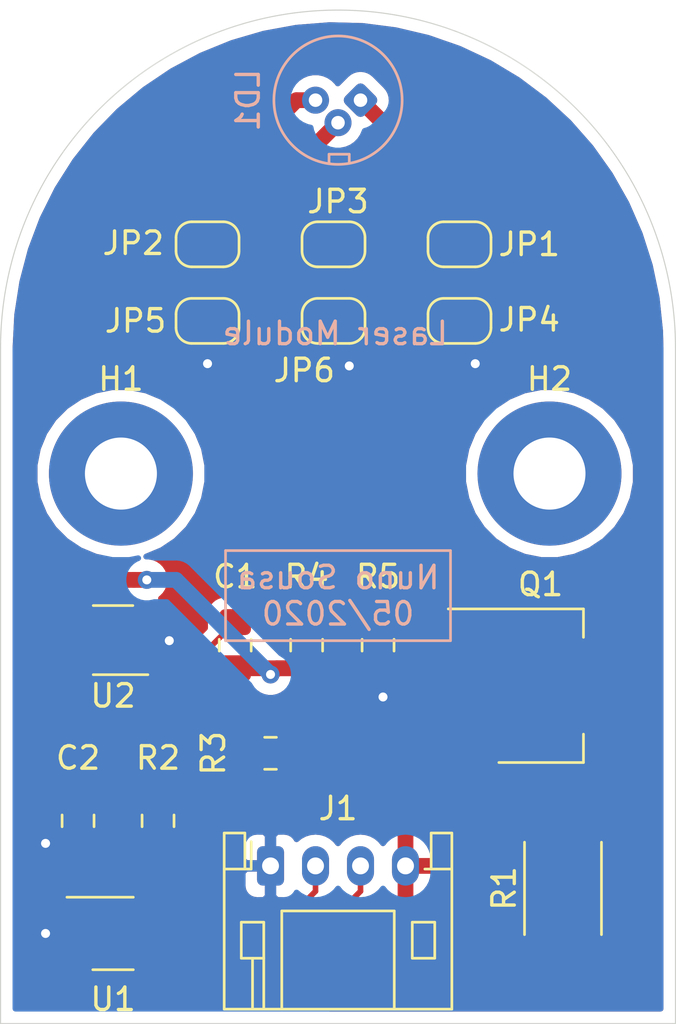
<source format=kicad_pcb>
(kicad_pcb (version 20171130) (host pcbnew "(5.1.5)-3")

  (general
    (thickness 1.6)
    (drawings 11)
    (tracks 127)
    (zones 0)
    (modules 20)
    (nets 14)
  )

  (page A4)
  (layers
    (0 F.Cu signal)
    (31 B.Cu signal)
    (32 B.Adhes user)
    (33 F.Adhes user)
    (34 B.Paste user)
    (35 F.Paste user)
    (36 B.SilkS user)
    (37 F.SilkS user)
    (38 B.Mask user)
    (39 F.Mask user)
    (40 Dwgs.User user)
    (41 Cmts.User user)
    (42 Eco1.User user)
    (43 Eco2.User user)
    (44 Edge.Cuts user)
    (45 Margin user)
    (46 B.CrtYd user)
    (47 F.CrtYd user)
    (48 B.Fab user)
    (49 F.Fab user hide)
  )

  (setup
    (last_trace_width 0.25)
    (trace_clearance 0.21)
    (zone_clearance 0.508)
    (zone_45_only no)
    (trace_min 0.1524)
    (via_size 0.6)
    (via_drill 0.3)
    (via_min_size 0.508)
    (via_min_drill 0.254)
    (uvia_size 0.8)
    (uvia_drill 0.4)
    (uvias_allowed no)
    (uvia_min_size 0.508)
    (uvia_min_drill 0.254)
    (edge_width 0.05)
    (segment_width 0.2)
    (pcb_text_width 0.3)
    (pcb_text_size 1.5 1.5)
    (mod_edge_width 0.12)
    (mod_text_size 1 1)
    (mod_text_width 0.15)
    (pad_size 1.524 1.524)
    (pad_drill 0.762)
    (pad_to_mask_clearance 0.0508)
    (aux_axis_origin 0 0)
    (visible_elements 7FFFFFFF)
    (pcbplotparams
      (layerselection 0x010fc_ffffffff)
      (usegerberextensions false)
      (usegerberattributes false)
      (usegerberadvancedattributes false)
      (creategerberjobfile false)
      (excludeedgelayer true)
      (linewidth 0.100000)
      (plotframeref false)
      (viasonmask false)
      (mode 1)
      (useauxorigin false)
      (hpglpennumber 1)
      (hpglpenspeed 20)
      (hpglpendiameter 15.000000)
      (psnegative false)
      (psa4output false)
      (plotreference true)
      (plotvalue true)
      (plotinvisibletext false)
      (padsonsilk false)
      (subtractmaskfromsilk false)
      (outputformat 1)
      (mirror false)
      (drillshape 0)
      (scaleselection 1)
      (outputdirectory "Gerbers/"))
  )

  (net 0 "")
  (net 1 GND)
  (net 2 +5C)
  (net 3 /V-)
  (net 4 /V+)
  (net 5 /G)
  (net 6 /SDA)
  (net 7 /SCL)
  (net 8 /D)
  (net 9 /S)
  (net 10 /VOUT)
  (net 11 "Net-(JP1-Pad1)")
  (net 12 "Net-(JP2-Pad1)")
  (net 13 "Net-(JP3-Pad1)")

  (net_class Default "This is the default net class."
    (clearance 0.21)
    (trace_width 0.25)
    (via_dia 0.6)
    (via_drill 0.3)
    (uvia_dia 0.8)
    (uvia_drill 0.4)
    (add_net /G)
    (add_net /SCL)
    (add_net /SDA)
  )

  (net_class Power ""
    (clearance 0.21)
    (trace_width 0.7)
    (via_dia 0.8)
    (via_drill 0.4)
    (uvia_dia 0.8)
    (uvia_drill 0.4)
    (add_net +5C)
    (add_net /D)
    (add_net /S)
    (add_net /V+)
    (add_net /V-)
    (add_net /VOUT)
    (add_net GND)
    (add_net "Net-(JP1-Pad1)")
    (add_net "Net-(JP2-Pad1)")
    (add_net "Net-(JP3-Pad1)")
  )

  (module OptoDevice_Custom:LaserDiode_TO18-D5.6-3 (layer B.Cu) (tedit 5EB07E22) (tstamp 5EB0DFB6)
    (at 144 52 180)
    (descr "Laser Diode, TO18-like (D=5.6mm), 3pin")
    (tags "Laser Diode TO18-like")
    (path /5E4E7513)
    (fp_text reference LD1 (at 5 0 90) (layer B.SilkS)
      (effects (font (size 1 1) (thickness 0.15)) (justify mirror))
    )
    (fp_text value SLD3134VL (at 1 -3.8) (layer B.Fab)
      (effects (font (size 1 1) (thickness 0.15)) (justify mirror))
    )
    (fp_circle (center 1 0) (end -1.85 0) (layer B.SilkS) (width 0.12))
    (fp_circle (center 1 0) (end 3.2 0) (layer B.Fab) (width 0.1))
    (fp_circle (center 1 0) (end 2.8 0) (layer B.Fab) (width 0.1))
    (fp_circle (center 1.02 -0.01) (end 3.85 -1.49) (layer B.CrtYd) (width 0.05))
    (fp_circle (center 1 0) (end -1.8 0) (layer B.Fab) (width 0.1))
    (fp_line (start 1.4 -2.4) (end 1.4 -2.7) (layer B.Fab) (width 0.1))
    (fp_line (start 0.5 -2.4) (end 1.4 -2.4) (layer B.Fab) (width 0.1))
    (fp_line (start 0.5 -2.7) (end 0.5 -2.4) (layer B.Fab) (width 0.1))
    (fp_line (start 3.4 0) (end 3.7 -0.4) (layer B.Fab) (width 0.1))
    (fp_line (start 3.7 0.4) (end 3.4 0) (layer B.Fab) (width 0.1))
    (fp_line (start -1.4 0) (end -1.7 0.4) (layer B.Fab) (width 0.1))
    (fp_line (start -1.4 0) (end -1.7 -0.4) (layer B.Fab) (width 0.1))
    (fp_line (start 1.4 -2.4) (end 1.4 -2.8) (layer B.SilkS) (width 0.12))
    (fp_line (start 0.5 -2.4) (end 1.4 -2.4) (layer B.SilkS) (width 0.12))
    (fp_line (start 0.5 -2.8) (end 0.5 -2.4) (layer B.SilkS) (width 0.12))
    (fp_text user %R (at 0.9 3.6) (layer B.Fab)
      (effects (font (size 1 1) (thickness 0.15)) (justify mirror))
    )
    (pad 3 thru_hole circle (at 2 0 180) (size 1.2 1.2) (drill 0.6) (layers *.Cu *.Mask)
      (net 12 "Net-(JP2-Pad1)"))
    (pad 2 thru_hole circle (at 1 -1 180) (size 1.2 1.2) (drill 0.6) (layers *.Cu *.Mask)
      (net 13 "Net-(JP3-Pad1)"))
    (pad 1 thru_hole roundrect (at 0 0 135) (size 1.2 1.2) (drill 0.6) (layers *.Cu *.Mask) (roundrect_rratio 0.208)
      (net 11 "Net-(JP1-Pad1)"))
    (model ${KISYS3DMOD}/OptoDevice.3dshapes/LaserDiode_TO18-D5.6-3.wrl
      (at (xyz 0 0 0))
      (scale (xyz 1 1 1))
      (rotate (xyz 0 0 0))
    )
    (model ${KIPRJMOD}/OptoDevice_Custom.pretty/LaserDiode_TO18.wrl
      (offset (xyz 1 0 0))
      (scale (xyz 0.3937 0.3937 0.3937))
      (rotate (xyz -90 0 -90))
    )
  )

  (module Resistor_SMD:R_0805_2012Metric_Pad1.15x1.40mm_HandSolder (layer F.Cu) (tedit 5B36C52B) (tstamp 5E4EEBFB)
    (at 135 84 90)
    (descr "Resistor SMD 0805 (2012 Metric), square (rectangular) end terminal, IPC_7351 nominal with elongated pad for handsoldering. (Body size source: https://docs.google.com/spreadsheets/d/1BsfQQcO9C6DZCsRaXUlFlo91Tg2WpOkGARC1WS5S8t0/edit?usp=sharing), generated with kicad-footprint-generator")
    (tags "resistor handsolder")
    (path /5E47A91E)
    (attr smd)
    (fp_text reference R2 (at 2.794 0 180) (layer F.SilkS)
      (effects (font (size 1 1) (thickness 0.15)))
    )
    (fp_text value 20kR (at 0 1.65 90) (layer F.Fab)
      (effects (font (size 1 1) (thickness 0.15)))
    )
    (fp_text user %R (at 0 0 90) (layer F.Fab)
      (effects (font (size 0.5 0.5) (thickness 0.08)))
    )
    (fp_line (start 1.85 0.95) (end -1.85 0.95) (layer F.CrtYd) (width 0.05))
    (fp_line (start 1.85 -0.95) (end 1.85 0.95) (layer F.CrtYd) (width 0.05))
    (fp_line (start -1.85 -0.95) (end 1.85 -0.95) (layer F.CrtYd) (width 0.05))
    (fp_line (start -1.85 0.95) (end -1.85 -0.95) (layer F.CrtYd) (width 0.05))
    (fp_line (start -0.261252 0.71) (end 0.261252 0.71) (layer F.SilkS) (width 0.12))
    (fp_line (start -0.261252 -0.71) (end 0.261252 -0.71) (layer F.SilkS) (width 0.12))
    (fp_line (start 1 0.6) (end -1 0.6) (layer F.Fab) (width 0.1))
    (fp_line (start 1 -0.6) (end 1 0.6) (layer F.Fab) (width 0.1))
    (fp_line (start -1 -0.6) (end 1 -0.6) (layer F.Fab) (width 0.1))
    (fp_line (start -1 0.6) (end -1 -0.6) (layer F.Fab) (width 0.1))
    (pad 2 smd roundrect (at 1.025 0 90) (size 1.15 1.4) (layers F.Cu F.Paste F.Mask) (roundrect_rratio 0.217391)
      (net 4 /V+))
    (pad 1 smd roundrect (at -1.025 0 90) (size 1.15 1.4) (layers F.Cu F.Paste F.Mask) (roundrect_rratio 0.217391)
      (net 10 /VOUT))
    (model ${KISYS3DMOD}/Resistor_SMD.3dshapes/R_0805_2012Metric.wrl
      (at (xyz 0 0 0))
      (scale (xyz 1 1 1))
      (rotate (xyz 0 0 0))
    )
  )

  (module Connector_JST:JST_PH_S4B-PH-K_1x04_P2.00mm_Horizontal (layer F.Cu) (tedit 5B7745C6) (tstamp 5EB2DE0B)
    (at 140 86)
    (descr "JST PH series connector, S4B-PH-K (http://www.jst-mfg.com/product/pdf/eng/ePH.pdf), generated with kicad-footprint-generator")
    (tags "connector JST PH top entry")
    (path /5EB3CF54)
    (fp_text reference J1 (at 3 -2.55) (layer F.SilkS)
      (effects (font (size 1 1) (thickness 0.15)))
    )
    (fp_text value Conn_01x04 (at 3 7.45) (layer F.Fab)
      (effects (font (size 1 1) (thickness 0.15)))
    )
    (fp_text user %R (at 3 2.5) (layer F.Fab)
      (effects (font (size 1 1) (thickness 0.15)))
    )
    (fp_line (start 0.5 1.375) (end 0 0.875) (layer F.Fab) (width 0.1))
    (fp_line (start -0.5 1.375) (end 0.5 1.375) (layer F.Fab) (width 0.1))
    (fp_line (start 0 0.875) (end -0.5 1.375) (layer F.Fab) (width 0.1))
    (fp_line (start -0.86 0.14) (end -0.86 -1.075) (layer F.SilkS) (width 0.12))
    (fp_line (start 7.25 0.25) (end -1.25 0.25) (layer F.Fab) (width 0.1))
    (fp_line (start 7.25 -1.35) (end 7.25 0.25) (layer F.Fab) (width 0.1))
    (fp_line (start 7.95 -1.35) (end 7.25 -1.35) (layer F.Fab) (width 0.1))
    (fp_line (start 7.95 6.25) (end 7.95 -1.35) (layer F.Fab) (width 0.1))
    (fp_line (start -1.95 6.25) (end 7.95 6.25) (layer F.Fab) (width 0.1))
    (fp_line (start -1.95 -1.35) (end -1.95 6.25) (layer F.Fab) (width 0.1))
    (fp_line (start -1.25 -1.35) (end -1.95 -1.35) (layer F.Fab) (width 0.1))
    (fp_line (start -1.25 0.25) (end -1.25 -1.35) (layer F.Fab) (width 0.1))
    (fp_line (start 8.45 -1.85) (end -2.45 -1.85) (layer F.CrtYd) (width 0.05))
    (fp_line (start 8.45 6.75) (end 8.45 -1.85) (layer F.CrtYd) (width 0.05))
    (fp_line (start -2.45 6.75) (end 8.45 6.75) (layer F.CrtYd) (width 0.05))
    (fp_line (start -2.45 -1.85) (end -2.45 6.75) (layer F.CrtYd) (width 0.05))
    (fp_line (start -0.8 4.1) (end -0.8 6.36) (layer F.SilkS) (width 0.12))
    (fp_line (start -0.3 4.1) (end -0.3 6.36) (layer F.SilkS) (width 0.12))
    (fp_line (start 6.3 2.5) (end 7.3 2.5) (layer F.SilkS) (width 0.12))
    (fp_line (start 6.3 4.1) (end 6.3 2.5) (layer F.SilkS) (width 0.12))
    (fp_line (start 7.3 4.1) (end 6.3 4.1) (layer F.SilkS) (width 0.12))
    (fp_line (start 7.3 2.5) (end 7.3 4.1) (layer F.SilkS) (width 0.12))
    (fp_line (start -0.3 2.5) (end -1.3 2.5) (layer F.SilkS) (width 0.12))
    (fp_line (start -0.3 4.1) (end -0.3 2.5) (layer F.SilkS) (width 0.12))
    (fp_line (start -1.3 4.1) (end -0.3 4.1) (layer F.SilkS) (width 0.12))
    (fp_line (start -1.3 2.5) (end -1.3 4.1) (layer F.SilkS) (width 0.12))
    (fp_line (start 8.06 0.14) (end 7.14 0.14) (layer F.SilkS) (width 0.12))
    (fp_line (start -2.06 0.14) (end -1.14 0.14) (layer F.SilkS) (width 0.12))
    (fp_line (start 5.5 2) (end 5.5 6.36) (layer F.SilkS) (width 0.12))
    (fp_line (start 0.5 2) (end 5.5 2) (layer F.SilkS) (width 0.12))
    (fp_line (start 0.5 6.36) (end 0.5 2) (layer F.SilkS) (width 0.12))
    (fp_line (start 7.14 0.14) (end 6.86 0.14) (layer F.SilkS) (width 0.12))
    (fp_line (start 7.14 -1.46) (end 7.14 0.14) (layer F.SilkS) (width 0.12))
    (fp_line (start 8.06 -1.46) (end 7.14 -1.46) (layer F.SilkS) (width 0.12))
    (fp_line (start 8.06 6.36) (end 8.06 -1.46) (layer F.SilkS) (width 0.12))
    (fp_line (start -2.06 6.36) (end 8.06 6.36) (layer F.SilkS) (width 0.12))
    (fp_line (start -2.06 -1.46) (end -2.06 6.36) (layer F.SilkS) (width 0.12))
    (fp_line (start -1.14 -1.46) (end -2.06 -1.46) (layer F.SilkS) (width 0.12))
    (fp_line (start -1.14 0.14) (end -1.14 -1.46) (layer F.SilkS) (width 0.12))
    (fp_line (start -0.86 0.14) (end -1.14 0.14) (layer F.SilkS) (width 0.12))
    (pad 4 thru_hole oval (at 6 0) (size 1.2 1.75) (drill 0.75) (layers *.Cu *.Mask)
      (net 2 +5C))
    (pad 3 thru_hole oval (at 4 0) (size 1.2 1.75) (drill 0.75) (layers *.Cu *.Mask)
      (net 7 /SCL))
    (pad 2 thru_hole oval (at 2 0) (size 1.2 1.75) (drill 0.75) (layers *.Cu *.Mask)
      (net 6 /SDA))
    (pad 1 thru_hole roundrect (at 0 0) (size 1.2 1.75) (drill 0.75) (layers *.Cu *.Mask) (roundrect_rratio 0.208333)
      (net 1 GND))
    (model ${KISYS3DMOD}/Connector_JST.3dshapes/JST_PH_S4B-PH-K_1x04_P2.00mm_Horizontal.wrl
      (at (xyz 0 0 0))
      (scale (xyz 1 1 1))
      (rotate (xyz 0 0 0))
    )
  )

  (module Jumper:SolderJumper-2_P1.3mm_Open_RoundedPad1.0x1.5mm (layer F.Cu) (tedit 5B391E66) (tstamp 5E72B30A)
    (at 142.8 61.8 180)
    (descr "SMD Solder Jumper, 1x1.5mm, rounded Pads, 0.3mm gap, open")
    (tags "solder jumper open")
    (path /5E74B585)
    (attr virtual)
    (fp_text reference JP6 (at 1.3 -2.2) (layer F.SilkS)
      (effects (font (size 1 1) (thickness 0.15)))
    )
    (fp_text value SolderJumper_2_Open (at 0 1.9) (layer F.Fab)
      (effects (font (size 1 1) (thickness 0.15)))
    )
    (fp_line (start 1.65 1.25) (end -1.65 1.25) (layer F.CrtYd) (width 0.05))
    (fp_line (start 1.65 1.25) (end 1.65 -1.25) (layer F.CrtYd) (width 0.05))
    (fp_line (start -1.65 -1.25) (end -1.65 1.25) (layer F.CrtYd) (width 0.05))
    (fp_line (start -1.65 -1.25) (end 1.65 -1.25) (layer F.CrtYd) (width 0.05))
    (fp_line (start -0.7 -1) (end 0.7 -1) (layer F.SilkS) (width 0.12))
    (fp_line (start 1.4 -0.3) (end 1.4 0.3) (layer F.SilkS) (width 0.12))
    (fp_line (start 0.7 1) (end -0.7 1) (layer F.SilkS) (width 0.12))
    (fp_line (start -1.4 0.3) (end -1.4 -0.3) (layer F.SilkS) (width 0.12))
    (fp_arc (start -0.7 -0.3) (end -0.7 -1) (angle -90) (layer F.SilkS) (width 0.12))
    (fp_arc (start -0.7 0.3) (end -1.4 0.3) (angle -90) (layer F.SilkS) (width 0.12))
    (fp_arc (start 0.7 0.3) (end 0.7 1) (angle -90) (layer F.SilkS) (width 0.12))
    (fp_arc (start 0.7 -0.3) (end 1.4 -0.3) (angle -90) (layer F.SilkS) (width 0.12))
    (pad 2 smd custom (at 0.65 0 180) (size 1 0.5) (layers F.Cu F.Mask)
      (net 13 "Net-(JP3-Pad1)") (zone_connect 2)
      (options (clearance outline) (anchor rect))
      (primitives
        (gr_circle (center 0 0.25) (end 0.5 0.25) (width 0))
        (gr_circle (center 0 -0.25) (end 0.5 -0.25) (width 0))
        (gr_poly (pts
           (xy 0 -0.75) (xy -0.5 -0.75) (xy -0.5 0.75) (xy 0 0.75)) (width 0))
      ))
    (pad 1 smd custom (at -0.65 0 180) (size 1 0.5) (layers F.Cu F.Mask)
      (net 1 GND) (zone_connect 2)
      (options (clearance outline) (anchor rect))
      (primitives
        (gr_circle (center 0 0.25) (end 0.5 0.25) (width 0))
        (gr_circle (center 0 -0.25) (end 0.5 -0.25) (width 0))
        (gr_poly (pts
           (xy 0 -0.75) (xy 0.5 -0.75) (xy 0.5 0.75) (xy 0 0.75)) (width 0))
      ))
  )

  (module Jumper:SolderJumper-2_P1.3mm_Open_RoundedPad1.0x1.5mm (layer F.Cu) (tedit 5B391E66) (tstamp 5E72B2F8)
    (at 137.2 61.8)
    (descr "SMD Solder Jumper, 1x1.5mm, rounded Pads, 0.3mm gap, open")
    (tags "solder jumper open")
    (path /5E74B32C)
    (attr virtual)
    (fp_text reference JP5 (at -3.2 0) (layer F.SilkS)
      (effects (font (size 1 1) (thickness 0.15)))
    )
    (fp_text value SolderJumper_2_Open (at 0 1.9) (layer F.Fab)
      (effects (font (size 1 1) (thickness 0.15)))
    )
    (fp_line (start 1.65 1.25) (end -1.65 1.25) (layer F.CrtYd) (width 0.05))
    (fp_line (start 1.65 1.25) (end 1.65 -1.25) (layer F.CrtYd) (width 0.05))
    (fp_line (start -1.65 -1.25) (end -1.65 1.25) (layer F.CrtYd) (width 0.05))
    (fp_line (start -1.65 -1.25) (end 1.65 -1.25) (layer F.CrtYd) (width 0.05))
    (fp_line (start -0.7 -1) (end 0.7 -1) (layer F.SilkS) (width 0.12))
    (fp_line (start 1.4 -0.3) (end 1.4 0.3) (layer F.SilkS) (width 0.12))
    (fp_line (start 0.7 1) (end -0.7 1) (layer F.SilkS) (width 0.12))
    (fp_line (start -1.4 0.3) (end -1.4 -0.3) (layer F.SilkS) (width 0.12))
    (fp_arc (start -0.7 -0.3) (end -0.7 -1) (angle -90) (layer F.SilkS) (width 0.12))
    (fp_arc (start -0.7 0.3) (end -1.4 0.3) (angle -90) (layer F.SilkS) (width 0.12))
    (fp_arc (start 0.7 0.3) (end 0.7 1) (angle -90) (layer F.SilkS) (width 0.12))
    (fp_arc (start 0.7 -0.3) (end 1.4 -0.3) (angle -90) (layer F.SilkS) (width 0.12))
    (pad 2 smd custom (at 0.65 0) (size 1 0.5) (layers F.Cu F.Mask)
      (net 12 "Net-(JP2-Pad1)") (zone_connect 2)
      (options (clearance outline) (anchor rect))
      (primitives
        (gr_circle (center 0 0.25) (end 0.5 0.25) (width 0))
        (gr_circle (center 0 -0.25) (end 0.5 -0.25) (width 0))
        (gr_poly (pts
           (xy 0 -0.75) (xy -0.5 -0.75) (xy -0.5 0.75) (xy 0 0.75)) (width 0))
      ))
    (pad 1 smd custom (at -0.65 0) (size 1 0.5) (layers F.Cu F.Mask)
      (net 1 GND) (zone_connect 2)
      (options (clearance outline) (anchor rect))
      (primitives
        (gr_circle (center 0 0.25) (end 0.5 0.25) (width 0))
        (gr_circle (center 0 -0.25) (end 0.5 -0.25) (width 0))
        (gr_poly (pts
           (xy 0 -0.75) (xy 0.5 -0.75) (xy 0.5 0.75) (xy 0 0.75)) (width 0))
      ))
  )

  (module Jumper:SolderJumper-2_P1.3mm_Open_RoundedPad1.0x1.5mm (layer F.Cu) (tedit 5B391E66) (tstamp 5E72B2E6)
    (at 148.4 61.8 180)
    (descr "SMD Solder Jumper, 1x1.5mm, rounded Pads, 0.3mm gap, open")
    (tags "solder jumper open")
    (path /5E74AD77)
    (attr virtual)
    (fp_text reference JP4 (at -3.1 0.05) (layer F.SilkS)
      (effects (font (size 1 1) (thickness 0.15)))
    )
    (fp_text value SolderJumper_2_Open (at 0 1.9) (layer F.Fab)
      (effects (font (size 1 1) (thickness 0.15)))
    )
    (fp_line (start 1.65 1.25) (end -1.65 1.25) (layer F.CrtYd) (width 0.05))
    (fp_line (start 1.65 1.25) (end 1.65 -1.25) (layer F.CrtYd) (width 0.05))
    (fp_line (start -1.65 -1.25) (end -1.65 1.25) (layer F.CrtYd) (width 0.05))
    (fp_line (start -1.65 -1.25) (end 1.65 -1.25) (layer F.CrtYd) (width 0.05))
    (fp_line (start -0.7 -1) (end 0.7 -1) (layer F.SilkS) (width 0.12))
    (fp_line (start 1.4 -0.3) (end 1.4 0.3) (layer F.SilkS) (width 0.12))
    (fp_line (start 0.7 1) (end -0.7 1) (layer F.SilkS) (width 0.12))
    (fp_line (start -1.4 0.3) (end -1.4 -0.3) (layer F.SilkS) (width 0.12))
    (fp_arc (start -0.7 -0.3) (end -0.7 -1) (angle -90) (layer F.SilkS) (width 0.12))
    (fp_arc (start -0.7 0.3) (end -1.4 0.3) (angle -90) (layer F.SilkS) (width 0.12))
    (fp_arc (start 0.7 0.3) (end 0.7 1) (angle -90) (layer F.SilkS) (width 0.12))
    (fp_arc (start 0.7 -0.3) (end 1.4 -0.3) (angle -90) (layer F.SilkS) (width 0.12))
    (pad 2 smd custom (at 0.65 0 180) (size 1 0.5) (layers F.Cu F.Mask)
      (net 11 "Net-(JP1-Pad1)") (zone_connect 2)
      (options (clearance outline) (anchor rect))
      (primitives
        (gr_circle (center 0 0.25) (end 0.5 0.25) (width 0))
        (gr_circle (center 0 -0.25) (end 0.5 -0.25) (width 0))
        (gr_poly (pts
           (xy 0 -0.75) (xy -0.5 -0.75) (xy -0.5 0.75) (xy 0 0.75)) (width 0))
      ))
    (pad 1 smd custom (at -0.65 0 180) (size 1 0.5) (layers F.Cu F.Mask)
      (net 1 GND) (zone_connect 2)
      (options (clearance outline) (anchor rect))
      (primitives
        (gr_circle (center 0 0.25) (end 0.5 0.25) (width 0))
        (gr_circle (center 0 -0.25) (end 0.5 -0.25) (width 0))
        (gr_poly (pts
           (xy 0 -0.75) (xy 0.5 -0.75) (xy 0.5 0.75) (xy 0 0.75)) (width 0))
      ))
  )

  (module Jumper:SolderJumper-2_P1.3mm_Open_RoundedPad1.0x1.5mm (layer F.Cu) (tedit 5B391E66) (tstamp 5E72B2D4)
    (at 142.8 58.4)
    (descr "SMD Solder Jumper, 1x1.5mm, rounded Pads, 0.3mm gap, open")
    (tags "solder jumper open")
    (path /5E741ED9)
    (attr virtual)
    (fp_text reference JP3 (at 0.2 -1.9) (layer F.SilkS)
      (effects (font (size 1 1) (thickness 0.15)))
    )
    (fp_text value SolderJumper_2_Open (at 0 1.9) (layer F.Fab)
      (effects (font (size 1 1) (thickness 0.15)))
    )
    (fp_line (start 1.65 1.25) (end -1.65 1.25) (layer F.CrtYd) (width 0.05))
    (fp_line (start 1.65 1.25) (end 1.65 -1.25) (layer F.CrtYd) (width 0.05))
    (fp_line (start -1.65 -1.25) (end -1.65 1.25) (layer F.CrtYd) (width 0.05))
    (fp_line (start -1.65 -1.25) (end 1.65 -1.25) (layer F.CrtYd) (width 0.05))
    (fp_line (start -0.7 -1) (end 0.7 -1) (layer F.SilkS) (width 0.12))
    (fp_line (start 1.4 -0.3) (end 1.4 0.3) (layer F.SilkS) (width 0.12))
    (fp_line (start 0.7 1) (end -0.7 1) (layer F.SilkS) (width 0.12))
    (fp_line (start -1.4 0.3) (end -1.4 -0.3) (layer F.SilkS) (width 0.12))
    (fp_arc (start -0.7 -0.3) (end -0.7 -1) (angle -90) (layer F.SilkS) (width 0.12))
    (fp_arc (start -0.7 0.3) (end -1.4 0.3) (angle -90) (layer F.SilkS) (width 0.12))
    (fp_arc (start 0.7 0.3) (end 0.7 1) (angle -90) (layer F.SilkS) (width 0.12))
    (fp_arc (start 0.7 -0.3) (end 1.4 -0.3) (angle -90) (layer F.SilkS) (width 0.12))
    (pad 2 smd custom (at 0.65 0) (size 1 0.5) (layers F.Cu F.Mask)
      (net 8 /D) (zone_connect 2)
      (options (clearance outline) (anchor rect))
      (primitives
        (gr_circle (center 0 0.25) (end 0.5 0.25) (width 0))
        (gr_circle (center 0 -0.25) (end 0.5 -0.25) (width 0))
        (gr_poly (pts
           (xy 0 -0.75) (xy -0.5 -0.75) (xy -0.5 0.75) (xy 0 0.75)) (width 0))
      ))
    (pad 1 smd custom (at -0.65 0) (size 1 0.5) (layers F.Cu F.Mask)
      (net 13 "Net-(JP3-Pad1)") (zone_connect 2)
      (options (clearance outline) (anchor rect))
      (primitives
        (gr_circle (center 0 0.25) (end 0.5 0.25) (width 0))
        (gr_circle (center 0 -0.25) (end 0.5 -0.25) (width 0))
        (gr_poly (pts
           (xy 0 -0.75) (xy 0.5 -0.75) (xy 0.5 0.75) (xy 0 0.75)) (width 0))
      ))
  )

  (module Jumper:SolderJumper-2_P1.3mm_Open_RoundedPad1.0x1.5mm (layer F.Cu) (tedit 5B391E66) (tstamp 5E72B2C2)
    (at 137.2 58.4 180)
    (descr "SMD Solder Jumper, 1x1.5mm, rounded Pads, 0.3mm gap, open")
    (tags "solder jumper open")
    (path /5E7419CA)
    (attr virtual)
    (fp_text reference JP2 (at 3.3 0.05) (layer F.SilkS)
      (effects (font (size 1 1) (thickness 0.15)))
    )
    (fp_text value SolderJumper_2_Open (at 0 1.9) (layer F.Fab)
      (effects (font (size 1 1) (thickness 0.15)))
    )
    (fp_line (start 1.65 1.25) (end -1.65 1.25) (layer F.CrtYd) (width 0.05))
    (fp_line (start 1.65 1.25) (end 1.65 -1.25) (layer F.CrtYd) (width 0.05))
    (fp_line (start -1.65 -1.25) (end -1.65 1.25) (layer F.CrtYd) (width 0.05))
    (fp_line (start -1.65 -1.25) (end 1.65 -1.25) (layer F.CrtYd) (width 0.05))
    (fp_line (start -0.7 -1) (end 0.7 -1) (layer F.SilkS) (width 0.12))
    (fp_line (start 1.4 -0.3) (end 1.4 0.3) (layer F.SilkS) (width 0.12))
    (fp_line (start 0.7 1) (end -0.7 1) (layer F.SilkS) (width 0.12))
    (fp_line (start -1.4 0.3) (end -1.4 -0.3) (layer F.SilkS) (width 0.12))
    (fp_arc (start -0.7 -0.3) (end -0.7 -1) (angle -90) (layer F.SilkS) (width 0.12))
    (fp_arc (start -0.7 0.3) (end -1.4 0.3) (angle -90) (layer F.SilkS) (width 0.12))
    (fp_arc (start 0.7 0.3) (end 0.7 1) (angle -90) (layer F.SilkS) (width 0.12))
    (fp_arc (start 0.7 -0.3) (end 1.4 -0.3) (angle -90) (layer F.SilkS) (width 0.12))
    (pad 2 smd custom (at 0.65 0 180) (size 1 0.5) (layers F.Cu F.Mask)
      (net 8 /D) (zone_connect 2)
      (options (clearance outline) (anchor rect))
      (primitives
        (gr_circle (center 0 0.25) (end 0.5 0.25) (width 0))
        (gr_circle (center 0 -0.25) (end 0.5 -0.25) (width 0))
        (gr_poly (pts
           (xy 0 -0.75) (xy -0.5 -0.75) (xy -0.5 0.75) (xy 0 0.75)) (width 0))
      ))
    (pad 1 smd custom (at -0.65 0 180) (size 1 0.5) (layers F.Cu F.Mask)
      (net 12 "Net-(JP2-Pad1)") (zone_connect 2)
      (options (clearance outline) (anchor rect))
      (primitives
        (gr_circle (center 0 0.25) (end 0.5 0.25) (width 0))
        (gr_circle (center 0 -0.25) (end 0.5 -0.25) (width 0))
        (gr_poly (pts
           (xy 0 -0.75) (xy 0.5 -0.75) (xy 0.5 0.75) (xy 0 0.75)) (width 0))
      ))
  )

  (module Jumper:SolderJumper-2_P1.3mm_Open_RoundedPad1.0x1.5mm (layer F.Cu) (tedit 5B391E66) (tstamp 5E72B2B0)
    (at 148.4 58.4)
    (descr "SMD Solder Jumper, 1x1.5mm, rounded Pads, 0.3mm gap, open")
    (tags "solder jumper open")
    (path /5E737829)
    (attr virtual)
    (fp_text reference JP1 (at 3.1 0) (layer F.SilkS)
      (effects (font (size 1 1) (thickness 0.15)))
    )
    (fp_text value SolderJumper_2_Open (at 0 1.9) (layer F.Fab)
      (effects (font (size 1 1) (thickness 0.15)))
    )
    (fp_line (start 1.65 1.25) (end -1.65 1.25) (layer F.CrtYd) (width 0.05))
    (fp_line (start 1.65 1.25) (end 1.65 -1.25) (layer F.CrtYd) (width 0.05))
    (fp_line (start -1.65 -1.25) (end -1.65 1.25) (layer F.CrtYd) (width 0.05))
    (fp_line (start -1.65 -1.25) (end 1.65 -1.25) (layer F.CrtYd) (width 0.05))
    (fp_line (start -0.7 -1) (end 0.7 -1) (layer F.SilkS) (width 0.12))
    (fp_line (start 1.4 -0.3) (end 1.4 0.3) (layer F.SilkS) (width 0.12))
    (fp_line (start 0.7 1) (end -0.7 1) (layer F.SilkS) (width 0.12))
    (fp_line (start -1.4 0.3) (end -1.4 -0.3) (layer F.SilkS) (width 0.12))
    (fp_arc (start -0.7 -0.3) (end -0.7 -1) (angle -90) (layer F.SilkS) (width 0.12))
    (fp_arc (start -0.7 0.3) (end -1.4 0.3) (angle -90) (layer F.SilkS) (width 0.12))
    (fp_arc (start 0.7 0.3) (end 0.7 1) (angle -90) (layer F.SilkS) (width 0.12))
    (fp_arc (start 0.7 -0.3) (end 1.4 -0.3) (angle -90) (layer F.SilkS) (width 0.12))
    (pad 2 smd custom (at 0.65 0) (size 1 0.5) (layers F.Cu F.Mask)
      (net 8 /D) (zone_connect 2)
      (options (clearance outline) (anchor rect))
      (primitives
        (gr_circle (center 0 0.25) (end 0.5 0.25) (width 0))
        (gr_circle (center 0 -0.25) (end 0.5 -0.25) (width 0))
        (gr_poly (pts
           (xy 0 -0.75) (xy -0.5 -0.75) (xy -0.5 0.75) (xy 0 0.75)) (width 0))
      ))
    (pad 1 smd custom (at -0.65 0) (size 1 0.5) (layers F.Cu F.Mask)
      (net 11 "Net-(JP1-Pad1)") (zone_connect 2)
      (options (clearance outline) (anchor rect))
      (primitives
        (gr_circle (center 0 0.25) (end 0.5 0.25) (width 0))
        (gr_circle (center 0 -0.25) (end 0.5 -0.25) (width 0))
        (gr_poly (pts
           (xy 0 -0.75) (xy 0.5 -0.75) (xy 0.5 0.75) (xy 0 0.75)) (width 0))
      ))
  )

  (module Package_TO_SOT_SMD:SOT-23-6_Handsoldering (layer F.Cu) (tedit 5A02FF57) (tstamp 5E4E384A)
    (at 133 89)
    (descr "6-pin SOT-23 package, Handsoldering")
    (tags "SOT-23-6 Handsoldering")
    (path /5E4F9088)
    (attr smd)
    (fp_text reference U1 (at 0 2.921) (layer F.SilkS)
      (effects (font (size 1 1) (thickness 0.15)))
    )
    (fp_text value MCP4716 (at 0 2.9) (layer F.Fab)
      (effects (font (size 1 1) (thickness 0.15)))
    )
    (fp_line (start 0.9 -1.55) (end 0.9 1.55) (layer F.Fab) (width 0.1))
    (fp_line (start 0.9 1.55) (end -0.9 1.55) (layer F.Fab) (width 0.1))
    (fp_line (start -0.9 -0.9) (end -0.9 1.55) (layer F.Fab) (width 0.1))
    (fp_line (start 0.9 -1.55) (end -0.25 -1.55) (layer F.Fab) (width 0.1))
    (fp_line (start -0.9 -0.9) (end -0.25 -1.55) (layer F.Fab) (width 0.1))
    (fp_line (start -2.4 -1.8) (end 2.4 -1.8) (layer F.CrtYd) (width 0.05))
    (fp_line (start 2.4 -1.8) (end 2.4 1.8) (layer F.CrtYd) (width 0.05))
    (fp_line (start 2.4 1.8) (end -2.4 1.8) (layer F.CrtYd) (width 0.05))
    (fp_line (start -2.4 1.8) (end -2.4 -1.8) (layer F.CrtYd) (width 0.05))
    (fp_line (start 0.9 -1.61) (end -2.05 -1.61) (layer F.SilkS) (width 0.12))
    (fp_line (start -0.9 1.61) (end 0.9 1.61) (layer F.SilkS) (width 0.12))
    (fp_text user %R (at 0 0 -270) (layer F.Fab)
      (effects (font (size 0.5 0.5) (thickness 0.075)))
    )
    (pad 5 smd rect (at 1.35 0) (size 1.56 0.65) (layers F.Cu F.Paste F.Mask)
      (net 7 /SCL))
    (pad 6 smd rect (at 1.35 -0.95) (size 1.56 0.65) (layers F.Cu F.Paste F.Mask)
      (net 2 +5C))
    (pad 4 smd rect (at 1.35 0.95) (size 1.56 0.65) (layers F.Cu F.Paste F.Mask)
      (net 6 /SDA))
    (pad 3 smd rect (at -1.35 0.95) (size 1.56 0.65) (layers F.Cu F.Paste F.Mask)
      (net 2 +5C))
    (pad 2 smd rect (at -1.35 0) (size 1.56 0.65) (layers F.Cu F.Paste F.Mask)
      (net 1 GND))
    (pad 1 smd rect (at -1.35 -0.95) (size 1.56 0.65) (layers F.Cu F.Paste F.Mask)
      (net 10 /VOUT))
    (model ${KISYS3DMOD}/Package_TO_SOT_SMD.3dshapes/SOT-23-6.wrl
      (at (xyz 0 0 0))
      (scale (xyz 1 1 1))
      (rotate (xyz 0 0 0))
    )
  )

  (module Resistor_SMD:R_0805_2012Metric_Pad1.15x1.40mm_HandSolder (layer F.Cu) (tedit 5B36C52B) (tstamp 5E4DEF02)
    (at 144.78 76.2 270)
    (descr "Resistor SMD 0805 (2012 Metric), square (rectangular) end terminal, IPC_7351 nominal with elongated pad for handsoldering. (Body size source: https://docs.google.com/spreadsheets/d/1BsfQQcO9C6DZCsRaXUlFlo91Tg2WpOkGARC1WS5S8t0/edit?usp=sharing), generated with kicad-footprint-generator")
    (tags "resistor handsolder")
    (path /5E479FC2)
    (attr smd)
    (fp_text reference R5 (at -3.048 0 180) (layer F.SilkS)
      (effects (font (size 1 1) (thickness 0.15)))
    )
    (fp_text value 4kR (at 0 1.65 90) (layer F.Fab)
      (effects (font (size 1 1) (thickness 0.15)))
    )
    (fp_text user %R (at 0 0 90) (layer F.Fab)
      (effects (font (size 0.5 0.5) (thickness 0.08)))
    )
    (fp_line (start 1.85 0.95) (end -1.85 0.95) (layer F.CrtYd) (width 0.05))
    (fp_line (start 1.85 -0.95) (end 1.85 0.95) (layer F.CrtYd) (width 0.05))
    (fp_line (start -1.85 -0.95) (end 1.85 -0.95) (layer F.CrtYd) (width 0.05))
    (fp_line (start -1.85 0.95) (end -1.85 -0.95) (layer F.CrtYd) (width 0.05))
    (fp_line (start -0.261252 0.71) (end 0.261252 0.71) (layer F.SilkS) (width 0.12))
    (fp_line (start -0.261252 -0.71) (end 0.261252 -0.71) (layer F.SilkS) (width 0.12))
    (fp_line (start 1 0.6) (end -1 0.6) (layer F.Fab) (width 0.1))
    (fp_line (start 1 -0.6) (end 1 0.6) (layer F.Fab) (width 0.1))
    (fp_line (start -1 -0.6) (end 1 -0.6) (layer F.Fab) (width 0.1))
    (fp_line (start -1 0.6) (end -1 -0.6) (layer F.Fab) (width 0.1))
    (pad 2 smd roundrect (at 1.025 0 270) (size 1.15 1.4) (layers F.Cu F.Paste F.Mask) (roundrect_rratio 0.217391)
      (net 1 GND))
    (pad 1 smd roundrect (at -1.025 0 270) (size 1.15 1.4) (layers F.Cu F.Paste F.Mask) (roundrect_rratio 0.217391)
      (net 9 /S))
    (model ${KISYS3DMOD}/Resistor_SMD.3dshapes/R_0805_2012Metric.wrl
      (at (xyz 0 0 0))
      (scale (xyz 1 1 1))
      (rotate (xyz 0 0 0))
    )
  )

  (module Resistor_SMD:R_0805_2012Metric_Pad1.15x1.40mm_HandSolder (layer F.Cu) (tedit 5B36C52B) (tstamp 5E4DEEF3)
    (at 141.605 76.2 270)
    (descr "Resistor SMD 0805 (2012 Metric), square (rectangular) end terminal, IPC_7351 nominal with elongated pad for handsoldering. (Body size source: https://docs.google.com/spreadsheets/d/1BsfQQcO9C6DZCsRaXUlFlo91Tg2WpOkGARC1WS5S8t0/edit?usp=sharing), generated with kicad-footprint-generator")
    (tags "resistor handsolder")
    (path /5E47A4F4)
    (attr smd)
    (fp_text reference R4 (at -3.048 0 180) (layer F.SilkS)
      (effects (font (size 1 1) (thickness 0.15)))
    )
    (fp_text value 10kR (at 0 1.65 90) (layer F.Fab)
      (effects (font (size 1 1) (thickness 0.15)))
    )
    (fp_text user %R (at 0 0 90) (layer F.Fab)
      (effects (font (size 0.5 0.5) (thickness 0.08)))
    )
    (fp_line (start 1.85 0.95) (end -1.85 0.95) (layer F.CrtYd) (width 0.05))
    (fp_line (start 1.85 -0.95) (end 1.85 0.95) (layer F.CrtYd) (width 0.05))
    (fp_line (start -1.85 -0.95) (end 1.85 -0.95) (layer F.CrtYd) (width 0.05))
    (fp_line (start -1.85 0.95) (end -1.85 -0.95) (layer F.CrtYd) (width 0.05))
    (fp_line (start -0.261252 0.71) (end 0.261252 0.71) (layer F.SilkS) (width 0.12))
    (fp_line (start -0.261252 -0.71) (end 0.261252 -0.71) (layer F.SilkS) (width 0.12))
    (fp_line (start 1 0.6) (end -1 0.6) (layer F.Fab) (width 0.1))
    (fp_line (start 1 -0.6) (end 1 0.6) (layer F.Fab) (width 0.1))
    (fp_line (start -1 -0.6) (end 1 -0.6) (layer F.Fab) (width 0.1))
    (fp_line (start -1 0.6) (end -1 -0.6) (layer F.Fab) (width 0.1))
    (pad 2 smd roundrect (at 1.025 0 270) (size 1.15 1.4) (layers F.Cu F.Paste F.Mask) (roundrect_rratio 0.217391)
      (net 3 /V-))
    (pad 1 smd roundrect (at -1.025 0 270) (size 1.15 1.4) (layers F.Cu F.Paste F.Mask) (roundrect_rratio 0.217391)
      (net 9 /S))
    (model ${KISYS3DMOD}/Resistor_SMD.3dshapes/R_0805_2012Metric.wrl
      (at (xyz 0 0 0))
      (scale (xyz 1 1 1))
      (rotate (xyz 0 0 0))
    )
  )

  (module Resistor_SMD:R_0805_2012Metric_Pad1.15x1.40mm_HandSolder (layer F.Cu) (tedit 5B36C52B) (tstamp 5E4DEEE4)
    (at 140 81 180)
    (descr "Resistor SMD 0805 (2012 Metric), square (rectangular) end terminal, IPC_7351 nominal with elongated pad for handsoldering. (Body size source: https://docs.google.com/spreadsheets/d/1BsfQQcO9C6DZCsRaXUlFlo91Tg2WpOkGARC1WS5S8t0/edit?usp=sharing), generated with kicad-footprint-generator")
    (tags "resistor handsolder")
    (path /5E47AA27)
    (attr smd)
    (fp_text reference R3 (at 2.54 0 270) (layer F.SilkS)
      (effects (font (size 1 1) (thickness 0.15)))
    )
    (fp_text value 30kR (at 0 1.65) (layer F.Fab)
      (effects (font (size 1 1) (thickness 0.15)))
    )
    (fp_text user %R (at 0 0) (layer F.Fab)
      (effects (font (size 0.5 0.5) (thickness 0.08)))
    )
    (fp_line (start 1.85 0.95) (end -1.85 0.95) (layer F.CrtYd) (width 0.05))
    (fp_line (start 1.85 -0.95) (end 1.85 0.95) (layer F.CrtYd) (width 0.05))
    (fp_line (start -1.85 -0.95) (end 1.85 -0.95) (layer F.CrtYd) (width 0.05))
    (fp_line (start -1.85 0.95) (end -1.85 -0.95) (layer F.CrtYd) (width 0.05))
    (fp_line (start -0.261252 0.71) (end 0.261252 0.71) (layer F.SilkS) (width 0.12))
    (fp_line (start -0.261252 -0.71) (end 0.261252 -0.71) (layer F.SilkS) (width 0.12))
    (fp_line (start 1 0.6) (end -1 0.6) (layer F.Fab) (width 0.1))
    (fp_line (start 1 -0.6) (end 1 0.6) (layer F.Fab) (width 0.1))
    (fp_line (start -1 -0.6) (end 1 -0.6) (layer F.Fab) (width 0.1))
    (fp_line (start -1 0.6) (end -1 -0.6) (layer F.Fab) (width 0.1))
    (pad 2 smd roundrect (at 1.025 0 180) (size 1.15 1.4) (layers F.Cu F.Paste F.Mask) (roundrect_rratio 0.217391)
      (net 4 /V+))
    (pad 1 smd roundrect (at -1.025 0 180) (size 1.15 1.4) (layers F.Cu F.Paste F.Mask) (roundrect_rratio 0.217391)
      (net 2 +5C))
    (model ${KISYS3DMOD}/Resistor_SMD.3dshapes/R_0805_2012Metric.wrl
      (at (xyz 0 0 0))
      (scale (xyz 1 1 1))
      (rotate (xyz 0 0 0))
    )
  )

  (module Package_TO_SOT_SMD:TSOT-23-5 (layer F.Cu) (tedit 5A02FF57) (tstamp 5E4DEF36)
    (at 133 76 180)
    (descr "5-pin TSOT23 package, http://cds.linear.com/docs/en/packaging/SOT_5_05-08-1635.pdf")
    (tags TSOT-23-5)
    (path /5E4799F9)
    (attr smd)
    (fp_text reference U2 (at 0 -2.45) (layer F.SilkS)
      (effects (font (size 1 1) (thickness 0.15)))
    )
    (fp_text value AD8601 (at 0 2.5) (layer F.Fab)
      (effects (font (size 1 1) (thickness 0.15)))
    )
    (fp_line (start 2.17 1.7) (end -2.17 1.7) (layer F.CrtYd) (width 0.05))
    (fp_line (start 2.17 1.7) (end 2.17 -1.7) (layer F.CrtYd) (width 0.05))
    (fp_line (start -2.17 -1.7) (end -2.17 1.7) (layer F.CrtYd) (width 0.05))
    (fp_line (start -2.17 -1.7) (end 2.17 -1.7) (layer F.CrtYd) (width 0.05))
    (fp_line (start 0.88 -1.45) (end 0.88 1.45) (layer F.Fab) (width 0.1))
    (fp_line (start 0.88 1.45) (end -0.88 1.45) (layer F.Fab) (width 0.1))
    (fp_line (start -0.88 -1) (end -0.88 1.45) (layer F.Fab) (width 0.1))
    (fp_line (start 0.88 -1.45) (end -0.43 -1.45) (layer F.Fab) (width 0.1))
    (fp_line (start -0.88 -1) (end -0.43 -1.45) (layer F.Fab) (width 0.1))
    (fp_line (start 0.88 -1.51) (end -1.55 -1.51) (layer F.SilkS) (width 0.12))
    (fp_line (start -0.88 1.56) (end 0.88 1.56) (layer F.SilkS) (width 0.12))
    (fp_text user %R (at 0 0 90) (layer F.Fab)
      (effects (font (size 0.5 0.5) (thickness 0.075)))
    )
    (pad 5 smd rect (at 1.31 -0.95 180) (size 1.22 0.65) (layers F.Cu F.Paste F.Mask)
      (net 2 +5C))
    (pad 4 smd rect (at 1.31 0.95 180) (size 1.22 0.65) (layers F.Cu F.Paste F.Mask)
      (net 3 /V-))
    (pad 3 smd rect (at -1.31 0.95 180) (size 1.22 0.65) (layers F.Cu F.Paste F.Mask)
      (net 4 /V+))
    (pad 2 smd rect (at -1.31 0 180) (size 1.22 0.65) (layers F.Cu F.Paste F.Mask)
      (net 1 GND))
    (pad 1 smd rect (at -1.31 -0.95 180) (size 1.22 0.65) (layers F.Cu F.Paste F.Mask)
      (net 5 /G))
    (model ${KISYS3DMOD}/Package_TO_SOT_SMD.3dshapes/TSOT-23-5.wrl
      (at (xyz 0 0 0))
      (scale (xyz 1 1 1))
      (rotate (xyz 0 0 0))
    )
  )

  (module Resistor_SMD:R_2512_6332Metric_Pad1.52x3.35mm_HandSolder (layer F.Cu) (tedit 5B301BBD) (tstamp 5E4DEEC6)
    (at 153 87 90)
    (descr "Resistor SMD 2512 (6332 Metric), square (rectangular) end terminal, IPC_7351 nominal with elongated pad for handsoldering. (Body size source: http://www.tortai-tech.com/upload/download/2011102023233369053.pdf), generated with kicad-footprint-generator")
    (tags "resistor handsolder")
    (path /5E47AB6E)
    (attr smd)
    (fp_text reference R1 (at 0 -2.62 90) (layer F.SilkS)
      (effects (font (size 1 1) (thickness 0.15)))
    )
    (fp_text value 12R (at 0 2.62 90) (layer F.Fab)
      (effects (font (size 1 1) (thickness 0.15)))
    )
    (fp_text user %R (at 0 0 90) (layer F.Fab)
      (effects (font (size 1 1) (thickness 0.15)))
    )
    (fp_line (start 4 1.92) (end -4 1.92) (layer F.CrtYd) (width 0.05))
    (fp_line (start 4 -1.92) (end 4 1.92) (layer F.CrtYd) (width 0.05))
    (fp_line (start -4 -1.92) (end 4 -1.92) (layer F.CrtYd) (width 0.05))
    (fp_line (start -4 1.92) (end -4 -1.92) (layer F.CrtYd) (width 0.05))
    (fp_line (start -2.052064 1.71) (end 2.052064 1.71) (layer F.SilkS) (width 0.12))
    (fp_line (start -2.052064 -1.71) (end 2.052064 -1.71) (layer F.SilkS) (width 0.12))
    (fp_line (start 3.15 1.6) (end -3.15 1.6) (layer F.Fab) (width 0.1))
    (fp_line (start 3.15 -1.6) (end 3.15 1.6) (layer F.Fab) (width 0.1))
    (fp_line (start -3.15 -1.6) (end 3.15 -1.6) (layer F.Fab) (width 0.1))
    (fp_line (start -3.15 1.6) (end -3.15 -1.6) (layer F.Fab) (width 0.1))
    (pad 2 smd roundrect (at 2.9875 0 90) (size 1.525 3.35) (layers F.Cu F.Paste F.Mask) (roundrect_rratio 0.163934)
      (net 9 /S))
    (pad 1 smd roundrect (at -2.9875 0 90) (size 1.525 3.35) (layers F.Cu F.Paste F.Mask) (roundrect_rratio 0.163934)
      (net 2 +5C))
    (model ${KISYS3DMOD}/Resistor_SMD.3dshapes/R_2512_6332Metric.wrl
      (at (xyz 0 0 0))
      (scale (xyz 1 1 1))
      (rotate (xyz 0 0 0))
    )
  )

  (module Package_TO_SOT_SMD:SOT-223-3_TabPin2 (layer F.Cu) (tedit 5A02FF57) (tstamp 5E4DEEB5)
    (at 152 78)
    (descr "module CMS SOT223 4 pins")
    (tags "CMS SOT")
    (path /5E4DF28A)
    (attr smd)
    (fp_text reference Q1 (at 0 -4.5) (layer F.SilkS)
      (effects (font (size 1 1) (thickness 0.15)))
    )
    (fp_text value ZXMP6A17G (at 0 4.5) (layer F.Fab)
      (effects (font (size 1 1) (thickness 0.15)))
    )
    (fp_line (start 1.85 -3.35) (end 1.85 3.35) (layer F.Fab) (width 0.1))
    (fp_line (start -1.85 3.35) (end 1.85 3.35) (layer F.Fab) (width 0.1))
    (fp_line (start -4.1 -3.41) (end 1.91 -3.41) (layer F.SilkS) (width 0.12))
    (fp_line (start -0.85 -3.35) (end 1.85 -3.35) (layer F.Fab) (width 0.1))
    (fp_line (start -1.85 3.41) (end 1.91 3.41) (layer F.SilkS) (width 0.12))
    (fp_line (start -1.85 -2.35) (end -1.85 3.35) (layer F.Fab) (width 0.1))
    (fp_line (start -1.85 -2.35) (end -0.85 -3.35) (layer F.Fab) (width 0.1))
    (fp_line (start -4.4 -3.6) (end -4.4 3.6) (layer F.CrtYd) (width 0.05))
    (fp_line (start -4.4 3.6) (end 4.4 3.6) (layer F.CrtYd) (width 0.05))
    (fp_line (start 4.4 3.6) (end 4.4 -3.6) (layer F.CrtYd) (width 0.05))
    (fp_line (start 4.4 -3.6) (end -4.4 -3.6) (layer F.CrtYd) (width 0.05))
    (fp_line (start 1.91 -3.41) (end 1.91 -2.15) (layer F.SilkS) (width 0.12))
    (fp_line (start 1.91 3.41) (end 1.91 2.15) (layer F.SilkS) (width 0.12))
    (fp_text user %R (at 0 0 90) (layer F.Fab)
      (effects (font (size 0.8 0.8) (thickness 0.12)))
    )
    (pad 1 smd rect (at -3.15 -2.3) (size 2 1.5) (layers F.Cu F.Paste F.Mask)
      (net 5 /G))
    (pad 3 smd rect (at -3.15 2.3) (size 2 1.5) (layers F.Cu F.Paste F.Mask)
      (net 9 /S))
    (pad 2 smd rect (at -3.15 0) (size 2 1.5) (layers F.Cu F.Paste F.Mask)
      (net 8 /D))
    (pad 2 smd rect (at 3.15 0) (size 2 3.8) (layers F.Cu F.Paste F.Mask)
      (net 8 /D))
    (model ${KISYS3DMOD}/Package_TO_SOT_SMD.3dshapes/SOT-223.wrl
      (at (xyz 0 0 0))
      (scale (xyz 1 1 1))
      (rotate (xyz 0 0 0))
    )
  )

  (module MountingHole:MountingHole_3.2mm_M3_Pad (layer F.Cu) (tedit 56D1B4CB) (tstamp 5E4DEE4D)
    (at 152.4 68.58)
    (descr "Mounting Hole 3.2mm, M3")
    (tags "mounting hole 3.2mm m3")
    (path /5E4A9F61)
    (attr virtual)
    (fp_text reference H2 (at 0 -4.2) (layer F.SilkS)
      (effects (font (size 1 1) (thickness 0.15)))
    )
    (fp_text value MountingHole (at 0 4.2) (layer F.Fab)
      (effects (font (size 1 1) (thickness 0.15)))
    )
    (fp_circle (center 0 0) (end 3.45 0) (layer F.CrtYd) (width 0.05))
    (fp_circle (center 0 0) (end 3.2 0) (layer Cmts.User) (width 0.15))
    (fp_text user %R (at 0.3 0) (layer F.Fab)
      (effects (font (size 1 1) (thickness 0.15)))
    )
    (pad 1 thru_hole circle (at 0 0) (size 6.4 6.4) (drill 3.2) (layers *.Cu *.Mask))
  )

  (module MountingHole:MountingHole_3.2mm_M3_Pad (layer F.Cu) (tedit 56D1B4CB) (tstamp 5E4DEE45)
    (at 133.35 68.58)
    (descr "Mounting Hole 3.2mm, M3")
    (tags "mounting hole 3.2mm m3")
    (path /5E4A9DE3)
    (attr virtual)
    (fp_text reference H1 (at 0 -4.2) (layer F.SilkS)
      (effects (font (size 1 1) (thickness 0.15)))
    )
    (fp_text value MountingHole (at 0 4.2) (layer F.Fab)
      (effects (font (size 1 1) (thickness 0.15)))
    )
    (fp_circle (center 0 0) (end 3.45 0) (layer F.CrtYd) (width 0.05))
    (fp_circle (center 0 0) (end 3.2 0) (layer Cmts.User) (width 0.15))
    (fp_text user %R (at 0.3 0) (layer F.Fab)
      (effects (font (size 1 1) (thickness 0.15)))
    )
    (pad 1 thru_hole circle (at 0 0) (size 6.4 6.4) (drill 3.2) (layers *.Cu *.Mask))
  )

  (module Capacitor_SMD:C_0805_2012Metric_Pad1.15x1.40mm_HandSolder (layer F.Cu) (tedit 5B36C52B) (tstamp 5E4DEE3D)
    (at 131.445 84 270)
    (descr "Capacitor SMD 0805 (2012 Metric), square (rectangular) end terminal, IPC_7351 nominal with elongated pad for handsoldering. (Body size source: https://docs.google.com/spreadsheets/d/1BsfQQcO9C6DZCsRaXUlFlo91Tg2WpOkGARC1WS5S8t0/edit?usp=sharing), generated with kicad-footprint-generator")
    (tags "capacitor handsolder")
    (path /5E47AED4)
    (attr smd)
    (fp_text reference C2 (at -2.794 0 180) (layer F.SilkS)
      (effects (font (size 1 1) (thickness 0.15)))
    )
    (fp_text value 1nC (at 0 1.65 90) (layer F.Fab)
      (effects (font (size 1 1) (thickness 0.15)))
    )
    (fp_text user %R (at 0 0 90) (layer F.Fab)
      (effects (font (size 0.5 0.5) (thickness 0.08)))
    )
    (fp_line (start 1.85 0.95) (end -1.85 0.95) (layer F.CrtYd) (width 0.05))
    (fp_line (start 1.85 -0.95) (end 1.85 0.95) (layer F.CrtYd) (width 0.05))
    (fp_line (start -1.85 -0.95) (end 1.85 -0.95) (layer F.CrtYd) (width 0.05))
    (fp_line (start -1.85 0.95) (end -1.85 -0.95) (layer F.CrtYd) (width 0.05))
    (fp_line (start -0.261252 0.71) (end 0.261252 0.71) (layer F.SilkS) (width 0.12))
    (fp_line (start -0.261252 -0.71) (end 0.261252 -0.71) (layer F.SilkS) (width 0.12))
    (fp_line (start 1 0.6) (end -1 0.6) (layer F.Fab) (width 0.1))
    (fp_line (start 1 -0.6) (end 1 0.6) (layer F.Fab) (width 0.1))
    (fp_line (start -1 -0.6) (end 1 -0.6) (layer F.Fab) (width 0.1))
    (fp_line (start -1 0.6) (end -1 -0.6) (layer F.Fab) (width 0.1))
    (pad 2 smd roundrect (at 1.025 0 270) (size 1.15 1.4) (layers F.Cu F.Paste F.Mask) (roundrect_rratio 0.217391)
      (net 1 GND))
    (pad 1 smd roundrect (at -1.025 0 270) (size 1.15 1.4) (layers F.Cu F.Paste F.Mask) (roundrect_rratio 0.217391)
      (net 4 /V+))
    (model ${KISYS3DMOD}/Capacitor_SMD.3dshapes/C_0805_2012Metric.wrl
      (at (xyz 0 0 0))
      (scale (xyz 1 1 1))
      (rotate (xyz 0 0 0))
    )
  )

  (module Capacitor_SMD:C_0805_2012Metric_Pad1.15x1.40mm_HandSolder (layer F.Cu) (tedit 5B36C52B) (tstamp 5E4E3C18)
    (at 138.43 76.2 90)
    (descr "Capacitor SMD 0805 (2012 Metric), square (rectangular) end terminal, IPC_7351 nominal with elongated pad for handsoldering. (Body size source: https://docs.google.com/spreadsheets/d/1BsfQQcO9C6DZCsRaXUlFlo91Tg2WpOkGARC1WS5S8t0/edit?usp=sharing), generated with kicad-footprint-generator")
    (tags "capacitor handsolder")
    (path /5E47B442)
    (attr smd)
    (fp_text reference C1 (at 3.048 0 180) (layer F.SilkS)
      (effects (font (size 1 1) (thickness 0.15)))
    )
    (fp_text value 100pC (at 0 1.65 90) (layer F.Fab)
      (effects (font (size 1 1) (thickness 0.15)))
    )
    (fp_text user %R (at 0 0 90) (layer F.Fab)
      (effects (font (size 0.5 0.5) (thickness 0.08)))
    )
    (fp_line (start 1.85 0.95) (end -1.85 0.95) (layer F.CrtYd) (width 0.05))
    (fp_line (start 1.85 -0.95) (end 1.85 0.95) (layer F.CrtYd) (width 0.05))
    (fp_line (start -1.85 -0.95) (end 1.85 -0.95) (layer F.CrtYd) (width 0.05))
    (fp_line (start -1.85 0.95) (end -1.85 -0.95) (layer F.CrtYd) (width 0.05))
    (fp_line (start -0.261252 0.71) (end 0.261252 0.71) (layer F.SilkS) (width 0.12))
    (fp_line (start -0.261252 -0.71) (end 0.261252 -0.71) (layer F.SilkS) (width 0.12))
    (fp_line (start 1 0.6) (end -1 0.6) (layer F.Fab) (width 0.1))
    (fp_line (start 1 -0.6) (end 1 0.6) (layer F.Fab) (width 0.1))
    (fp_line (start -1 -0.6) (end 1 -0.6) (layer F.Fab) (width 0.1))
    (fp_line (start -1 0.6) (end -1 -0.6) (layer F.Fab) (width 0.1))
    (pad 2 smd roundrect (at 1.025 0 90) (size 1.15 1.4) (layers F.Cu F.Paste F.Mask) (roundrect_rratio 0.217391)
      (net 5 /G))
    (pad 1 smd roundrect (at -1.025 0 90) (size 1.15 1.4) (layers F.Cu F.Paste F.Mask) (roundrect_rratio 0.217391)
      (net 3 /V-))
    (model ${KISYS3DMOD}/Capacitor_SMD.3dshapes/C_0805_2012Metric.wrl
      (at (xyz 0 0 0))
      (scale (xyz 1 1 1))
      (rotate (xyz 0 0 0))
    )
  )

  (gr_arc (start 143 63) (end 158 63) (angle -180) (layer Edge.Cuts) (width 0.05))
  (gr_text "Nuno Sousa\n05/2020" (at 143 74) (layer B.SilkS)
    (effects (font (size 1 1) (thickness 0.15)) (justify mirror))
  )
  (gr_line (start 158 93) (end 158 69) (layer Edge.Cuts) (width 0.05) (tstamp 5EB070C4))
  (gr_line (start 128 93) (end 158 93) (layer Edge.Cuts) (width 0.05))
  (gr_line (start 128 63) (end 128 93) (layer Edge.Cuts) (width 0.05))
  (gr_line (start 158 69) (end 158 63) (layer Edge.Cuts) (width 0.05))
  (gr_line (start 148 76) (end 138 76) (layer B.SilkS) (width 0.12) (tstamp 5EB0701A))
  (gr_line (start 148 72) (end 148 76) (layer B.SilkS) (width 0.12))
  (gr_line (start 138 72) (end 148 72) (layer B.SilkS) (width 0.12))
  (gr_line (start 138 76) (end 138 72) (layer B.SilkS) (width 0.12))
  (gr_text "Laser Module" (at 142.875 62.357) (layer B.SilkS) (tstamp 5E72B8BD)
    (effects (font (size 1 1) (thickness 0.15)) (justify mirror))
  )

  (via (at 137.2 63.7) (size 0.8) (drill 0.4) (layers F.Cu B.Cu) (net 1))
  (segment (start 136.55 61.8) (end 136.55 63.05) (width 0.7) (layer F.Cu) (net 1))
  (segment (start 136.55 63.05) (end 137.2 63.7) (width 0.7) (layer F.Cu) (net 1))
  (via (at 143.5 63.8) (size 0.8) (drill 0.4) (layers F.Cu B.Cu) (net 1))
  (segment (start 137.2 63.7) (end 143.4 63.7) (width 0.7) (layer B.Cu) (net 1))
  (segment (start 143.4 63.7) (end 143.5 63.8) (width 0.7) (layer B.Cu) (net 1))
  (segment (start 143.5 61.85) (end 143.45 61.8) (width 0.7) (layer F.Cu) (net 1))
  (segment (start 143.5 63.8) (end 143.5 61.85) (width 0.7) (layer F.Cu) (net 1))
  (segment (start 149.05 61.8) (end 149.05 63.65) (width 0.7) (layer F.Cu) (net 1))
  (via (at 149.1 63.7) (size 0.8) (drill 0.4) (layers F.Cu B.Cu) (net 1))
  (segment (start 149.05 63.65) (end 149.1 63.7) (width 0.7) (layer F.Cu) (net 1))
  (segment (start 143.6 63.7) (end 143.5 63.8) (width 0.7) (layer B.Cu) (net 1))
  (segment (start 149.1 63.7) (end 143.6 63.7) (width 0.7) (layer B.Cu) (net 1))
  (via (at 130 89) (size 0.8) (drill 0.4) (layers F.Cu B.Cu) (net 1))
  (segment (start 131.65 89) (end 130 89) (width 0.7) (layer F.Cu) (net 1))
  (via (at 130 85) (size 0.8) (drill 0.4) (layers F.Cu B.Cu) (net 1))
  (segment (start 131.445 85.025) (end 130.025 85.025) (width 0.7) (layer F.Cu) (net 1))
  (segment (start 130.025 85.025) (end 130 85) (width 0.7) (layer F.Cu) (net 1))
  (via (at 135.5 76) (size 0.8) (drill 0.4) (layers F.Cu B.Cu) (net 1))
  (segment (start 134.31 76) (end 135.5 76) (width 0.7) (layer F.Cu) (net 1))
  (via (at 145 78.5) (size 0.8) (drill 0.4) (layers F.Cu B.Cu) (net 1))
  (segment (start 144.78 77.225) (end 144.78 78.28) (width 0.7) (layer F.Cu) (net 1))
  (segment (start 144.78 78.28) (end 145 78.5) (width 0.7) (layer F.Cu) (net 1))
  (segment (start 141.025 82.475) (end 141.025 81) (width 0.7) (layer F.Cu) (net 2))
  (segment (start 140.3 83.2) (end 141.025 82.475) (width 0.7) (layer F.Cu) (net 2))
  (segment (start 135.95 88.05) (end 137.5 86.5) (width 0.7) (layer F.Cu) (net 2))
  (segment (start 134.35 88.05) (end 135.95 88.05) (width 0.7) (layer F.Cu) (net 2))
  (segment (start 137.5 84.9) (end 139.2 83.2) (width 0.7) (layer F.Cu) (net 2))
  (segment (start 137.5 86.5) (end 137.5 84.9) (width 0.7) (layer F.Cu) (net 2))
  (segment (start 139.2 83.2) (end 140.3 83.2) (width 0.7) (layer F.Cu) (net 2))
  (segment (start 141.6 81) (end 141.025 81) (width 0.7) (layer F.Cu) (net 2))
  (segment (start 146 84.425) (end 142.575 81) (width 0.7) (layer F.Cu) (net 2))
  (segment (start 142.575 81) (end 141.6 81) (width 0.7) (layer F.Cu) (net 2))
  (segment (start 146 86) (end 146 84.425) (width 0.7) (layer F.Cu) (net 2))
  (segment (start 149.0125 86) (end 146 86) (width 0.7) (layer F.Cu) (net 2))
  (segment (start 153 89.9875) (end 149.0125 86) (width 0.7) (layer F.Cu) (net 2))
  (segment (start 146 87.575) (end 146 86) (width 0.7) (layer F.Cu) (net 2))
  (segment (start 141.775 91.8) (end 146 87.575) (width 0.7) (layer F.Cu) (net 2))
  (segment (start 132.475 91.8) (end 141.775 91.8) (width 0.7) (layer F.Cu) (net 2))
  (segment (start 131.65 89.95) (end 131.65 90.975) (width 0.7) (layer F.Cu) (net 2))
  (segment (start 131.65 90.975) (end 132.475 91.8) (width 0.7) (layer F.Cu) (net 2))
  (segment (start 130.159999 89.960001) (end 130.17 89.95) (width 0.7) (layer F.Cu) (net 2))
  (segment (start 129.539199 89.960001) (end 130.159999 89.960001) (width 0.7) (layer F.Cu) (net 2))
  (segment (start 129.039999 89.460801) (end 129.539199 89.960001) (width 0.7) (layer F.Cu) (net 2))
  (segment (start 129.039999 78.290001) (end 129.039999 89.460801) (width 0.7) (layer F.Cu) (net 2))
  (segment (start 130.17 89.95) (end 131.65 89.95) (width 0.7) (layer F.Cu) (net 2))
  (segment (start 130.38 76.95) (end 129.039999 78.290001) (width 0.7) (layer F.Cu) (net 2))
  (segment (start 131.69 76.95) (end 130.38 76.95) (width 0.7) (layer F.Cu) (net 2))
  (segment (start 141.605 77.225) (end 138.43 77.225) (width 0.7) (layer F.Cu) (net 3))
  (via (at 134.500028 73.3) (size 0.8) (drill 0.4) (layers F.Cu B.Cu) (net 3))
  (segment (start 131.69 74.025) (end 132.415 73.3) (width 0.7) (layer F.Cu) (net 3))
  (segment (start 132.415 73.3) (end 133.934343 73.3) (width 0.7) (layer F.Cu) (net 3))
  (segment (start 133.934343 73.3) (end 134.500028 73.3) (width 0.7) (layer F.Cu) (net 3))
  (segment (start 131.69 75.05) (end 131.69 74.025) (width 0.7) (layer F.Cu) (net 3))
  (via (at 139.99999 77.50001) (size 0.8) (drill 0.4) (layers F.Cu B.Cu) (net 3))
  (segment (start 139.599991 77.100011) (end 139.99999 77.50001) (width 0.7) (layer B.Cu) (net 3))
  (segment (start 135.79998 73.3) (end 139.599991 77.100011) (width 0.7) (layer B.Cu) (net 3))
  (segment (start 134.500028 73.3) (end 135.79998 73.3) (width 0.7) (layer B.Cu) (net 3))
  (segment (start 140.275 77.225) (end 139.99999 77.50001) (width 0.7) (layer F.Cu) (net 3))
  (segment (start 141.605 77.225) (end 140.275 77.225) (width 0.7) (layer F.Cu) (net 3))
  (segment (start 131.445 82.975) (end 135 82.975) (width 0.7) (layer F.Cu) (net 4))
  (segment (start 137 82.975) (end 138.975 81) (width 0.7) (layer F.Cu) (net 4))
  (segment (start 135 82.975) (end 137 82.975) (width 0.7) (layer F.Cu) (net 4))
  (segment (start 138.4 81) (end 138.975 81) (width 0.7) (layer F.Cu) (net 4))
  (segment (start 133.316998 75.05) (end 133 75.366998) (width 0.7) (layer F.Cu) (net 4))
  (segment (start 134.31 75.05) (end 133.316998 75.05) (width 0.7) (layer F.Cu) (net 4))
  (segment (start 133 75.366998) (end 133 77.583002) (width 0.7) (layer F.Cu) (net 4))
  (segment (start 133 77.583002) (end 136.416998 81) (width 0.7) (layer F.Cu) (net 4))
  (segment (start 136.416998 81) (end 138.4 81) (width 0.7) (layer F.Cu) (net 4))
  (segment (start 148.85 74.7) (end 147.65 73.5) (width 0.25) (layer F.Cu) (net 5))
  (segment (start 148.85 75.7) (end 148.85 74.7) (width 0.25) (layer F.Cu) (net 5))
  (segment (start 138.43 74.6) (end 138.43 75.175) (width 0.25) (layer F.Cu) (net 5))
  (segment (start 139.53 73.5) (end 138.43 74.6) (width 0.25) (layer F.Cu) (net 5))
  (segment (start 147.65 73.5) (end 139.53 73.5) (width 0.25) (layer F.Cu) (net 5))
  (segment (start 136.655 76.95) (end 138.43 75.175) (width 0.25) (layer F.Cu) (net 5))
  (segment (start 134.31 76.95) (end 136.655 76.95) (width 0.25) (layer F.Cu) (net 5))
  (segment (start 142 87.125) (end 142 86) (width 0.25) (layer F.Cu) (net 6))
  (segment (start 139.175 89.95) (end 142 87.125) (width 0.25) (layer F.Cu) (net 6))
  (segment (start 134.35 89.95) (end 139.175 89.95) (width 0.25) (layer F.Cu) (net 6))
  (segment (start 144 87.125) (end 144 86) (width 0.25) (layer F.Cu) (net 7))
  (segment (start 140.325 90.8) (end 144 87.125) (width 0.25) (layer F.Cu) (net 7))
  (segment (start 134.35 89) (end 133.3 89) (width 0.25) (layer F.Cu) (net 7))
  (segment (start 133 89.3) (end 133 90.5) (width 0.25) (layer F.Cu) (net 7))
  (segment (start 133.3 89) (end 133 89.3) (width 0.25) (layer F.Cu) (net 7))
  (segment (start 133.3 90.8) (end 140.325 90.8) (width 0.25) (layer F.Cu) (net 7))
  (segment (start 133 90.5) (end 133.3 90.8) (width 0.25) (layer F.Cu) (net 7))
  (segment (start 150.5 59.2) (end 149.7 58.4) (width 0.7) (layer F.Cu) (net 8))
  (segment (start 150.5 63.720802) (end 150.5 59.2) (width 0.7) (layer F.Cu) (net 8))
  (segment (start 149.7 58.4) (end 149.05 58.4) (width 0.7) (layer F.Cu) (net 8))
  (segment (start 143.605 66.735) (end 147.485802 66.735) (width 0.7) (layer F.Cu) (net 8))
  (segment (start 147.485802 66.735) (end 150.5 63.720802) (width 0.7) (layer F.Cu) (net 8))
  (segment (start 144.3 58.4) (end 143.45 58.4) (width 0.7) (layer F.Cu) (net 8))
  (segment (start 143.605 66.735) (end 145.1 66.735) (width 0.7) (layer F.Cu) (net 8))
  (segment (start 145.1 59.2) (end 144.3 58.4) (width 0.7) (layer F.Cu) (net 8))
  (segment (start 145.1 66.735) (end 145.1 59.2) (width 0.7) (layer F.Cu) (net 8))
  (segment (start 145.1 68.3) (end 145.1 66.735) (width 0.7) (layer F.Cu) (net 8))
  (segment (start 135.5 58.4) (end 136.55 58.4) (width 0.7) (layer F.Cu) (net 8))
  (segment (start 135 58.9) (end 135.5 58.4) (width 0.7) (layer F.Cu) (net 8))
  (segment (start 135 63.6) (end 135 58.9) (width 0.7) (layer F.Cu) (net 8))
  (segment (start 143.605 66.735) (end 138.135 66.735) (width 0.7) (layer F.Cu) (net 8))
  (segment (start 138.135 66.735) (end 135 63.6) (width 0.7) (layer F.Cu) (net 8))
  (segment (start 148.85 78) (end 155.15 78) (width 0.7) (layer F.Cu) (net 8))
  (segment (start 155.15 77.1) (end 151.95 73.9) (width 0.7) (layer F.Cu) (net 8))
  (segment (start 155.15 78) (end 155.15 77.1) (width 0.7) (layer F.Cu) (net 8))
  (segment (start 150.7 73.9) (end 145.1 68.3) (width 0.7) (layer F.Cu) (net 8))
  (segment (start 151.95 73.9) (end 150.7 73.9) (width 0.7) (layer F.Cu) (net 8))
  (segment (start 149.2875 80.3) (end 153 84.0125) (width 0.7) (layer F.Cu) (net 9))
  (segment (start 148.85 80.3) (end 149.2875 80.3) (width 0.7) (layer F.Cu) (net 9))
  (segment (start 141.605 75.175) (end 144.78 75.175) (width 0.7) (layer F.Cu) (net 9))
  (segment (start 146.5 78.9) (end 147.9 80.3) (width 0.7) (layer F.Cu) (net 9))
  (segment (start 146.5 76.5) (end 146.5 78.9) (width 0.7) (layer F.Cu) (net 9))
  (segment (start 144.78 75.175) (end 145.175 75.175) (width 0.7) (layer F.Cu) (net 9))
  (segment (start 147.9 80.3) (end 148.85 80.3) (width 0.7) (layer F.Cu) (net 9))
  (segment (start 145.175 75.175) (end 146.5 76.5) (width 0.7) (layer F.Cu) (net 9))
  (segment (start 131.975 88.05) (end 135 85.025) (width 0.7) (layer F.Cu) (net 10))
  (segment (start 131.65 88.05) (end 131.975 88.05) (width 0.7) (layer F.Cu) (net 10))
  (segment (start 147.75 61.8) (end 147.75 58.4) (width 0.7) (layer F.Cu) (net 11))
  (segment (start 147.75 55.75) (end 144 52) (width 0.7) (layer F.Cu) (net 11))
  (segment (start 147.75 58.4) (end 147.75 55.75) (width 0.7) (layer F.Cu) (net 11))
  (segment (start 137.85 58.4) (end 137.85 61.8) (width 0.7) (layer F.Cu) (net 12))
  (segment (start 137.85 58.4) (end 137.85 56.75) (width 0.7) (layer F.Cu) (net 12))
  (segment (start 137.85 55.301472) (end 137.85 56.75) (width 0.7) (layer F.Cu) (net 12))
  (segment (start 141.151472 52) (end 137.85 55.301472) (width 0.7) (layer F.Cu) (net 12))
  (segment (start 142 52) (end 141.151472 52) (width 0.7) (layer F.Cu) (net 12))
  (segment (start 142.15 58.4) (end 142.15 61.8) (width 0.7) (layer F.Cu) (net 13))
  (segment (start 142.15 53.85) (end 143 53) (width 0.7) (layer F.Cu) (net 13))
  (segment (start 142.15 58.4) (end 142.15 53.85) (width 0.7) (layer F.Cu) (net 13))

  (zone (net 1) (net_name GND) (layer F.Cu) (tstamp 0) (hatch edge 0.508)
    (connect_pads (clearance 0.508))
    (min_thickness 0.254)
    (fill yes (arc_segments 32) (thermal_gap 0.508) (thermal_bridge_width 0.508))
    (polygon
      (pts
        (xy 158 93) (xy 128 93) (xy 128 48) (xy 158 48)
      )
    )
    (filled_polygon
      (pts
        (xy 144.100086 48.703137) (xy 145.563872 48.891951) (xy 147.000481 49.230228) (xy 148.394726 49.714392) (xy 149.731807 50.339303)
        (xy 150.997578 51.098352) (xy 152.178613 51.983487) (xy 153.262404 52.985334) (xy 154.237476 54.093283) (xy 155.093493 55.295592)
        (xy 155.821386 56.579522) (xy 156.413449 57.931484) (xy 156.863402 59.337136) (xy 157.166481 60.781597) (xy 157.32034 62.257865)
        (xy 157.340001 63.008684) (xy 157.34 69.032418) (xy 157.340001 69.032428) (xy 157.34 92.34) (xy 142.628 92.34)
        (xy 146.662284 88.305716) (xy 146.69987 88.27487) (xy 146.82296 88.124884) (xy 146.914424 87.953767) (xy 146.970747 87.768094)
        (xy 146.985 87.62338) (xy 146.985 87.623379) (xy 146.989765 87.575001) (xy 146.985 87.526621) (xy 146.985 87.021515)
        (xy 147.014967 86.985) (xy 148.6045 86.985) (xy 150.75457 89.135071) (xy 150.754528 89.135149) (xy 150.703992 89.301745)
        (xy 150.686928 89.474999) (xy 150.686928 90.500001) (xy 150.703992 90.673255) (xy 150.754528 90.839851) (xy 150.836595 90.993387)
        (xy 150.947038 91.127962) (xy 151.081613 91.238405) (xy 151.235149 91.320472) (xy 151.401745 91.371008) (xy 151.574999 91.388072)
        (xy 154.425001 91.388072) (xy 154.598255 91.371008) (xy 154.764851 91.320472) (xy 154.918387 91.238405) (xy 155.052962 91.127962)
        (xy 155.163405 90.993387) (xy 155.245472 90.839851) (xy 155.296008 90.673255) (xy 155.313072 90.500001) (xy 155.313072 89.474999)
        (xy 155.296008 89.301745) (xy 155.245472 89.135149) (xy 155.163405 88.981613) (xy 155.052962 88.847038) (xy 154.918387 88.736595)
        (xy 154.764851 88.654528) (xy 154.598255 88.603992) (xy 154.425001 88.586928) (xy 152.992429 88.586928) (xy 149.743216 85.337716)
        (xy 149.71237 85.30013) (xy 149.562384 85.17704) (xy 149.391267 85.085576) (xy 149.205594 85.029253) (xy 149.06088 85.015)
        (xy 149.0125 85.010235) (xy 148.96412 85.015) (xy 147.014967 85.015) (xy 146.985 84.978485) (xy 146.985 84.473377)
        (xy 146.989765 84.424999) (xy 146.983378 84.360149) (xy 146.970747 84.231906) (xy 146.914424 84.046233) (xy 146.82296 83.875116)
        (xy 146.69987 83.72513) (xy 146.662284 83.694284) (xy 143.305716 80.337716) (xy 143.27487 80.30013) (xy 143.124884 80.17704)
        (xy 142.953767 80.085576) (xy 142.768094 80.029253) (xy 142.62338 80.015) (xy 142.575 80.010235) (xy 142.52662 80.015)
        (xy 142.054254 80.015) (xy 141.977962 79.922038) (xy 141.843387 79.811595) (xy 141.689851 79.729528) (xy 141.523255 79.678992)
        (xy 141.350001 79.661928) (xy 140.699999 79.661928) (xy 140.526745 79.678992) (xy 140.360149 79.729528) (xy 140.206613 79.811595)
        (xy 140.072038 79.922038) (xy 140 80.009816) (xy 139.927962 79.922038) (xy 139.793387 79.811595) (xy 139.639851 79.729528)
        (xy 139.473255 79.678992) (xy 139.300001 79.661928) (xy 138.649999 79.661928) (xy 138.476745 79.678992) (xy 138.310149 79.729528)
        (xy 138.156613 79.811595) (xy 138.022038 79.922038) (xy 137.945746 80.015) (xy 136.824999 80.015) (xy 134.72307 77.913072)
        (xy 134.92 77.913072) (xy 135.044482 77.900812) (xy 135.16418 77.864502) (xy 135.274494 77.805537) (xy 135.371185 77.726185)
        (xy 135.384468 77.71) (xy 136.617678 77.71) (xy 136.655 77.713676) (xy 136.692322 77.71) (xy 136.692333 77.71)
        (xy 136.803986 77.699003) (xy 136.947247 77.655546) (xy 137.079276 77.584974) (xy 137.094169 77.572752) (xy 137.108992 77.723255)
        (xy 137.159528 77.889851) (xy 137.241595 78.043387) (xy 137.352038 78.177962) (xy 137.486613 78.288405) (xy 137.640149 78.370472)
        (xy 137.806745 78.421008) (xy 137.979999 78.438072) (xy 138.880001 78.438072) (xy 139.053255 78.421008) (xy 139.219851 78.370472)
        (xy 139.342036 78.305163) (xy 139.509734 78.417215) (xy 139.698092 78.495236) (xy 139.898051 78.53501) (xy 140.101929 78.53501)
        (xy 140.301888 78.495236) (xy 140.490246 78.417215) (xy 140.659764 78.303947) (xy 140.670536 78.293175) (xy 140.815149 78.370472)
        (xy 140.981745 78.421008) (xy 141.154999 78.438072) (xy 142.055001 78.438072) (xy 142.228255 78.421008) (xy 142.394851 78.370472)
        (xy 142.548387 78.288405) (xy 142.682962 78.177962) (xy 142.793405 78.043387) (xy 142.875472 77.889851) (xy 142.902727 77.8)
        (xy 143.441928 77.8) (xy 143.454188 77.924482) (xy 143.490498 78.04418) (xy 143.549463 78.154494) (xy 143.628815 78.251185)
        (xy 143.725506 78.330537) (xy 143.83582 78.389502) (xy 143.955518 78.425812) (xy 144.08 78.438072) (xy 144.49425 78.435)
        (xy 144.653 78.27625) (xy 144.653 77.352) (xy 143.60375 77.352) (xy 143.445 77.51075) (xy 143.441928 77.8)
        (xy 142.902727 77.8) (xy 142.926008 77.723255) (xy 142.943072 77.550001) (xy 142.943072 76.899999) (xy 142.926008 76.726745)
        (xy 142.875472 76.560149) (xy 142.793405 76.406613) (xy 142.682962 76.272038) (xy 142.595184 76.2) (xy 142.643924 76.16)
        (xy 143.676111 76.16) (xy 143.628815 76.198815) (xy 143.549463 76.295506) (xy 143.490498 76.40582) (xy 143.454188 76.525518)
        (xy 143.441928 76.65) (xy 143.445 76.93925) (xy 143.60375 77.098) (xy 144.653 77.098) (xy 144.653 77.078)
        (xy 144.907 77.078) (xy 144.907 77.098) (xy 144.927 77.098) (xy 144.927 77.352) (xy 144.907 77.352)
        (xy 144.907 78.27625) (xy 145.06575 78.435) (xy 145.48 78.438072) (xy 145.515001 78.434625) (xy 145.515001 78.85161)
        (xy 145.510235 78.9) (xy 145.529253 79.093093) (xy 145.585576 79.278766) (xy 145.628152 79.358419) (xy 145.677041 79.449884)
        (xy 145.800131 79.59987) (xy 145.837711 79.630711) (xy 147.169289 80.96229) (xy 147.20013 80.99987) (xy 147.211928 81.009552)
        (xy 147.211928 81.05) (xy 147.224188 81.174482) (xy 147.260498 81.29418) (xy 147.319463 81.404494) (xy 147.398815 81.501185)
        (xy 147.495506 81.580537) (xy 147.60582 81.639502) (xy 147.725518 81.675812) (xy 147.85 81.688072) (xy 149.282572 81.688072)
        (xy 150.75457 83.160071) (xy 150.754528 83.160149) (xy 150.703992 83.326745) (xy 150.686928 83.499999) (xy 150.686928 84.525001)
        (xy 150.703992 84.698255) (xy 150.754528 84.864851) (xy 150.836595 85.018387) (xy 150.947038 85.152962) (xy 151.081613 85.263405)
        (xy 151.235149 85.345472) (xy 151.401745 85.396008) (xy 151.574999 85.413072) (xy 154.425001 85.413072) (xy 154.598255 85.396008)
        (xy 154.764851 85.345472) (xy 154.918387 85.263405) (xy 155.052962 85.152962) (xy 155.163405 85.018387) (xy 155.245472 84.864851)
        (xy 155.296008 84.698255) (xy 155.313072 84.525001) (xy 155.313072 83.499999) (xy 155.296008 83.326745) (xy 155.245472 83.160149)
        (xy 155.163405 83.006613) (xy 155.052962 82.872038) (xy 154.918387 82.761595) (xy 154.764851 82.679528) (xy 154.598255 82.628992)
        (xy 154.425001 82.611928) (xy 152.992429 82.611928) (xy 150.488072 80.107572) (xy 150.488072 79.55) (xy 150.475812 79.425518)
        (xy 150.439502 79.30582) (xy 150.380537 79.195506) (xy 150.343191 79.15) (xy 150.380537 79.104494) (xy 150.439502 78.99418)
        (xy 150.442287 78.985) (xy 153.511928 78.985) (xy 153.511928 79.9) (xy 153.524188 80.024482) (xy 153.560498 80.14418)
        (xy 153.619463 80.254494) (xy 153.698815 80.351185) (xy 153.795506 80.430537) (xy 153.90582 80.489502) (xy 154.025518 80.525812)
        (xy 154.15 80.538072) (xy 156.15 80.538072) (xy 156.274482 80.525812) (xy 156.39418 80.489502) (xy 156.504494 80.430537)
        (xy 156.601185 80.351185) (xy 156.680537 80.254494) (xy 156.739502 80.14418) (xy 156.775812 80.024482) (xy 156.788072 79.9)
        (xy 156.788072 76.1) (xy 156.775812 75.975518) (xy 156.739502 75.85582) (xy 156.680537 75.745506) (xy 156.601185 75.648815)
        (xy 156.504494 75.569463) (xy 156.39418 75.510498) (xy 156.274482 75.474188) (xy 156.15 75.461928) (xy 154.904928 75.461928)
        (xy 152.680716 73.237716) (xy 152.64987 73.20013) (xy 152.499884 73.07704) (xy 152.328767 72.985576) (xy 152.143094 72.929253)
        (xy 151.99838 72.915) (xy 151.95 72.910235) (xy 151.90162 72.915) (xy 151.108001 72.915) (xy 146.085 67.892)
        (xy 146.085 67.72) (xy 147.437422 67.72) (xy 147.485802 67.724765) (xy 147.534182 67.72) (xy 147.678896 67.705747)
        (xy 147.864569 67.649424) (xy 148.035686 67.55796) (xy 148.185672 67.43487) (xy 148.216518 67.397284) (xy 149.305755 66.308048)
        (xy 149.001467 66.763446) (xy 148.712377 67.461372) (xy 148.565 68.202285) (xy 148.565 68.957715) (xy 148.712377 69.698628)
        (xy 149.001467 70.396554) (xy 149.421161 71.02467) (xy 149.95533 71.558839) (xy 150.583446 71.978533) (xy 151.281372 72.267623)
        (xy 152.022285 72.415) (xy 152.777715 72.415) (xy 153.518628 72.267623) (xy 154.216554 71.978533) (xy 154.84467 71.558839)
        (xy 155.378839 71.02467) (xy 155.798533 70.396554) (xy 156.087623 69.698628) (xy 156.235 68.957715) (xy 156.235 68.202285)
        (xy 156.087623 67.461372) (xy 155.798533 66.763446) (xy 155.378839 66.13533) (xy 154.84467 65.601161) (xy 154.216554 65.181467)
        (xy 153.518628 64.892377) (xy 152.777715 64.745) (xy 152.022285 64.745) (xy 151.281372 64.892377) (xy 150.583446 65.181467)
        (xy 150.128049 65.485754) (xy 151.16229 64.451513) (xy 151.19987 64.420672) (xy 151.32296 64.270686) (xy 151.414424 64.099569)
        (xy 151.470747 63.913896) (xy 151.485 63.769182) (xy 151.485 63.769181) (xy 151.489765 63.720802) (xy 151.485 63.672422)
        (xy 151.485 59.24838) (xy 151.489765 59.2) (xy 151.470747 59.006906) (xy 151.414424 58.821233) (xy 151.381057 58.758808)
        (xy 151.32296 58.650116) (xy 151.19987 58.50013) (xy 151.162289 58.469288) (xy 150.430715 57.737715) (xy 150.39987 57.70013)
        (xy 150.249884 57.57704) (xy 150.078767 57.485576) (xy 149.93795 57.44286) (xy 149.88769 57.381618) (xy 149.818382 57.31231)
        (xy 149.721691 57.232958) (xy 149.640192 57.178502) (xy 149.529875 57.119536) (xy 149.439319 57.082027) (xy 149.319623 57.045718)
        (xy 149.22349 57.026596) (xy 149.099009 57.014336) (xy 149.07445 57.014336) (xy 149.05 57.011928) (xy 148.735 57.011928)
        (xy 148.735 55.79838) (xy 148.739765 55.75) (xy 148.720747 55.556906) (xy 148.664424 55.371233) (xy 148.608179 55.266007)
        (xy 148.57296 55.200116) (xy 148.44987 55.05013) (xy 148.41229 55.019289) (xy 145.382143 51.989142) (xy 145.366156 51.826824)
        (xy 145.315642 51.660303) (xy 145.233612 51.506836) (xy 145.123219 51.372321) (xy 144.627679 50.876781) (xy 144.493164 50.766388)
        (xy 144.339697 50.684358) (xy 144.173176 50.633844) (xy 144 50.616788) (xy 143.826824 50.633844) (xy 143.660303 50.684358)
        (xy 143.506836 50.766388) (xy 143.372321 50.876781) (xy 142.990162 51.25894) (xy 142.959287 51.212733) (xy 142.787267 51.040713)
        (xy 142.584992 50.905557) (xy 142.360236 50.81246) (xy 142.121637 50.765) (xy 141.878363 50.765) (xy 141.639764 50.81246)
        (xy 141.415008 50.905557) (xy 141.251215 51.015) (xy 141.199849 51.015) (xy 141.151471 51.010235) (xy 141.103093 51.015)
        (xy 141.103092 51.015) (xy 140.958378 51.029253) (xy 140.772705 51.085576) (xy 140.601588 51.17704) (xy 140.451602 51.30013)
        (xy 140.420756 51.337716) (xy 137.187716 54.570756) (xy 137.15013 54.601602) (xy 137.02704 54.751588) (xy 136.944217 54.90654)
        (xy 136.935576 54.922706) (xy 136.879253 55.108379) (xy 136.860235 55.301472) (xy 136.865 55.349852) (xy 136.865001 56.70162)
        (xy 136.865001 57.011928) (xy 136.55 57.011928) (xy 136.52555 57.014336) (xy 136.500991 57.014336) (xy 136.37651 57.026596)
        (xy 136.280377 57.045718) (xy 136.160681 57.082027) (xy 136.070125 57.119536) (xy 135.959808 57.178502) (xy 135.878309 57.232958)
        (xy 135.781618 57.31231) (xy 135.71231 57.381618) (xy 135.684914 57.415) (xy 135.54838 57.415) (xy 135.5 57.410235)
        (xy 135.45162 57.415) (xy 135.306906 57.429253) (xy 135.121233 57.485576) (xy 134.950116 57.57704) (xy 134.80013 57.70013)
        (xy 134.769284 57.737716) (xy 134.337711 58.169289) (xy 134.300131 58.20013) (xy 134.177041 58.350116) (xy 134.128152 58.441581)
        (xy 134.085576 58.521234) (xy 134.029253 58.706907) (xy 134.010235 58.9) (xy 134.015001 58.94839) (xy 134.015 63.55162)
        (xy 134.010235 63.6) (xy 134.022133 63.720802) (xy 134.029253 63.793093) (xy 134.085576 63.978766) (xy 134.17704 64.149884)
        (xy 134.30013 64.29987) (xy 134.337716 64.330716) (xy 135.232592 65.225592) (xy 135.166554 65.181467) (xy 134.468628 64.892377)
        (xy 133.727715 64.745) (xy 132.972285 64.745) (xy 132.231372 64.892377) (xy 131.533446 65.181467) (xy 130.90533 65.601161)
        (xy 130.371161 66.13533) (xy 129.951467 66.763446) (xy 129.662377 67.461372) (xy 129.515 68.202285) (xy 129.515 68.957715)
        (xy 129.662377 69.698628) (xy 129.951467 70.396554) (xy 130.371161 71.02467) (xy 130.90533 71.558839) (xy 131.533446 71.978533)
        (xy 132.231372 72.267623) (xy 132.469552 72.315) (xy 132.46338 72.315) (xy 132.415 72.310235) (xy 132.36662 72.315)
        (xy 132.221906 72.329253) (xy 132.036233 72.385576) (xy 131.865116 72.47704) (xy 131.71513 72.60013) (xy 131.684288 72.637711)
        (xy 131.027711 73.294289) (xy 130.990131 73.32513) (xy 130.867041 73.475116) (xy 130.818152 73.566581) (xy 130.775576 73.646234)
        (xy 130.719253 73.831907) (xy 130.700235 74.025) (xy 130.705001 74.073389) (xy 130.705001 74.211291) (xy 130.628815 74.273815)
        (xy 130.549463 74.370506) (xy 130.490498 74.48082) (xy 130.454188 74.600518) (xy 130.441928 74.725) (xy 130.441928 75.375)
        (xy 130.454188 75.499482) (xy 130.490498 75.61918) (xy 130.549463 75.729494) (xy 130.628815 75.826185) (xy 130.725506 75.905537)
        (xy 130.83582 75.964502) (xy 130.837462 75.965) (xy 130.42838 75.965) (xy 130.38 75.960235) (xy 130.33162 75.965)
        (xy 130.186906 75.979253) (xy 130.001233 76.035576) (xy 129.830116 76.12704) (xy 129.68013 76.25013) (xy 129.649289 76.28771)
        (xy 128.66 77.277) (xy 128.66 63.016988) (xy 128.736833 61.526045) (xy 128.963899 60.067705) (xy 129.339668 58.640434)
        (xy 129.860161 57.259345) (xy 130.519858 55.939084) (xy 131.311785 54.69361) (xy 132.227529 53.536155) (xy 133.257407 52.478956)
        (xy 134.390497 51.533225) (xy 135.61481 50.708968) (xy 136.917349 50.014938) (xy 138.284341 49.458469) (xy 139.701288 49.045468)
        (xy 141.153188 48.780304) (xy 142.624639 48.665789)
      )
    )
    (filled_polygon
      (pts
        (xy 145.015001 84.833001) (xy 145.015001 84.978485) (xy 145 84.996763) (xy 144.877502 84.847498) (xy 144.689448 84.693167)
        (xy 144.4749 84.578489) (xy 144.242101 84.50787) (xy 144 84.484025) (xy 143.757898 84.50787) (xy 143.525099 84.578489)
        (xy 143.310551 84.693167) (xy 143.122498 84.847498) (xy 143 84.996763) (xy 142.877502 84.847498) (xy 142.689448 84.693167)
        (xy 142.4749 84.578489) (xy 142.242101 84.50787) (xy 142 84.484025) (xy 141.757898 84.50787) (xy 141.525099 84.578489)
        (xy 141.310551 84.693167) (xy 141.156691 84.819436) (xy 141.130537 84.770506) (xy 141.051185 84.673815) (xy 140.954494 84.594463)
        (xy 140.84418 84.535498) (xy 140.724482 84.499188) (xy 140.6 84.486928) (xy 140.28575 84.49) (xy 140.127 84.64875)
        (xy 140.127 85.873) (xy 140.147 85.873) (xy 140.147 86.127) (xy 140.127 86.127) (xy 140.127 87.35125)
        (xy 140.28575 87.51) (xy 140.537735 87.512463) (xy 138.860199 89.19) (xy 135.768072 89.19) (xy 135.768072 89.035)
        (xy 135.90162 89.035) (xy 135.95 89.039765) (xy 135.99838 89.035) (xy 136.143094 89.020747) (xy 136.328767 88.964424)
        (xy 136.499884 88.87296) (xy 136.64987 88.74987) (xy 136.680716 88.712284) (xy 138.162284 87.230716) (xy 138.19987 87.19987)
        (xy 138.32296 87.049884) (xy 138.414424 86.878767) (xy 138.415566 86.875) (xy 138.761928 86.875) (xy 138.774188 86.999482)
        (xy 138.810498 87.11918) (xy 138.869463 87.229494) (xy 138.948815 87.326185) (xy 139.045506 87.405537) (xy 139.15582 87.464502)
        (xy 139.275518 87.500812) (xy 139.4 87.513072) (xy 139.71425 87.51) (xy 139.873 87.35125) (xy 139.873 86.127)
        (xy 138.92375 86.127) (xy 138.765 86.28575) (xy 138.761928 86.875) (xy 138.415566 86.875) (xy 138.470747 86.693094)
        (xy 138.485 86.54838) (xy 138.485 86.548379) (xy 138.489765 86.500001) (xy 138.485 86.451621) (xy 138.485 85.308)
        (xy 138.772189 85.020811) (xy 138.761928 85.125) (xy 138.765 85.71425) (xy 138.92375 85.873) (xy 139.873 85.873)
        (xy 139.873 84.64875) (xy 139.71425 84.49) (xy 139.4 84.486928) (xy 139.295811 84.497189) (xy 139.608 84.185)
        (xy 140.25162 84.185) (xy 140.3 84.189765) (xy 140.34838 84.185) (xy 140.493094 84.170747) (xy 140.678767 84.114424)
        (xy 140.849884 84.02296) (xy 140.99987 83.89987) (xy 141.030715 83.862285) (xy 141.687289 83.205712) (xy 141.72487 83.17487)
        (xy 141.84796 83.024884) (xy 141.939424 82.853767) (xy 141.995747 82.668094) (xy 142.01 82.52338) (xy 142.01 82.523379)
        (xy 142.014765 82.475) (xy 142.01 82.42662) (xy 142.01 82.038924) (xy 142.054254 81.985) (xy 142.167 81.985)
      )
    )
    (filled_polygon
      (pts
        (xy 132.085576 77.961768) (xy 132.085577 77.961769) (xy 132.177041 78.132886) (xy 132.300131 78.282872) (xy 132.337711 78.313713)
        (xy 135.686287 81.66229) (xy 135.717128 81.69987) (xy 135.867114 81.82296) (xy 136.032938 81.911595) (xy 136.038231 81.914424)
        (xy 136.223904 81.970747) (xy 136.416998 81.989765) (xy 136.465378 81.985) (xy 136.597 81.985) (xy 136.592 81.99)
        (xy 136.038924 81.99) (xy 135.943387 81.911595) (xy 135.789851 81.829528) (xy 135.623255 81.778992) (xy 135.450001 81.761928)
        (xy 134.549999 81.761928) (xy 134.376745 81.778992) (xy 134.210149 81.829528) (xy 134.056613 81.911595) (xy 133.961076 81.99)
        (xy 132.483924 81.99) (xy 132.388387 81.911595) (xy 132.234851 81.829528) (xy 132.068255 81.778992) (xy 131.895001 81.761928)
        (xy 130.994999 81.761928) (xy 130.821745 81.778992) (xy 130.655149 81.829528) (xy 130.501613 81.911595) (xy 130.367038 82.022038)
        (xy 130.256595 82.156613) (xy 130.174528 82.310149) (xy 130.123992 82.476745) (xy 130.106928 82.649999) (xy 130.106928 83.300001)
        (xy 130.123992 83.473255) (xy 130.174528 83.639851) (xy 130.256595 83.793387) (xy 130.367038 83.927962) (xy 130.373594 83.933342)
        (xy 130.293815 83.998815) (xy 130.214463 84.095506) (xy 130.155498 84.20582) (xy 130.119188 84.325518) (xy 130.106928 84.45)
        (xy 130.11 84.73925) (xy 130.26875 84.898) (xy 131.318 84.898) (xy 131.318 84.878) (xy 131.572 84.878)
        (xy 131.572 84.898) (xy 132.62125 84.898) (xy 132.78 84.73925) (xy 132.783072 84.45) (xy 132.770812 84.325518)
        (xy 132.734502 84.20582) (xy 132.675537 84.095506) (xy 132.596185 83.998815) (xy 132.548889 83.96) (xy 133.961076 83.96)
        (xy 134.009816 84) (xy 133.922038 84.072038) (xy 133.811595 84.206613) (xy 133.729528 84.360149) (xy 133.678992 84.526745)
        (xy 133.661928 84.699999) (xy 133.661928 84.970072) (xy 132.666526 85.965474) (xy 132.675537 85.954494) (xy 132.734502 85.84418)
        (xy 132.770812 85.724482) (xy 132.783072 85.6) (xy 132.78 85.31075) (xy 132.62125 85.152) (xy 131.572 85.152)
        (xy 131.572 86.07625) (xy 131.73075 86.235) (xy 132.145 86.238072) (xy 132.269482 86.225812) (xy 132.38918 86.189502)
        (xy 132.499494 86.130537) (xy 132.510474 86.121526) (xy 131.563218 87.068782) (xy 131.456906 87.079253) (xy 131.431605 87.086928)
        (xy 130.87 87.086928) (xy 130.745518 87.099188) (xy 130.62582 87.135498) (xy 130.515506 87.194463) (xy 130.418815 87.273815)
        (xy 130.339463 87.370506) (xy 130.280498 87.48082) (xy 130.244188 87.600518) (xy 130.231928 87.725) (xy 130.231928 88.375)
        (xy 130.244188 88.499482) (xy 130.251929 88.525) (xy 130.244188 88.550518) (xy 130.231928 88.675) (xy 130.235 88.71425)
        (xy 130.393748 88.872998) (xy 130.235 88.872998) (xy 130.235 88.965) (xy 130.21838 88.965) (xy 130.17 88.960235)
        (xy 130.12162 88.965) (xy 130.024999 88.974516) (xy 130.024999 85.6) (xy 130.106928 85.6) (xy 130.119188 85.724482)
        (xy 130.155498 85.84418) (xy 130.214463 85.954494) (xy 130.293815 86.051185) (xy 130.390506 86.130537) (xy 130.50082 86.189502)
        (xy 130.620518 86.225812) (xy 130.745 86.238072) (xy 131.15925 86.235) (xy 131.318 86.07625) (xy 131.318 85.152)
        (xy 130.26875 85.152) (xy 130.11 85.31075) (xy 130.106928 85.6) (xy 130.024999 85.6) (xy 130.024999 78.698001)
        (xy 130.788001 77.935) (xy 131.73838 77.935) (xy 131.883094 77.920747) (xy 131.908395 77.913072) (xy 132.070804 77.913072)
      )
    )
    (filled_polygon
      (pts
        (xy 137.404289 67.39729) (xy 137.43513 67.43487) (xy 137.472709 67.46571) (xy 137.585116 67.55796) (xy 137.756233 67.649424)
        (xy 137.941906 67.705747) (xy 138.135 67.724765) (xy 138.18338 67.72) (xy 144.115 67.72) (xy 144.115 68.25162)
        (xy 144.110235 68.3) (xy 144.115 68.348379) (xy 144.129253 68.493093) (xy 144.185576 68.678766) (xy 144.27704 68.849884)
        (xy 144.40013 68.99987) (xy 144.437716 69.030716) (xy 149.718927 74.311928) (xy 149.504326 74.311928) (xy 149.484974 74.275724)
        (xy 149.390001 74.159999) (xy 149.361003 74.136201) (xy 148.213804 72.989003) (xy 148.190001 72.959999) (xy 148.074276 72.865026)
        (xy 147.942247 72.794454) (xy 147.798986 72.750997) (xy 147.687333 72.74) (xy 147.687322 72.74) (xy 147.65 72.736324)
        (xy 147.612678 72.74) (xy 139.567323 72.74) (xy 139.53 72.736324) (xy 139.492677 72.74) (xy 139.492667 72.74)
        (xy 139.381014 72.750997) (xy 139.237753 72.794454) (xy 139.105723 72.865026) (xy 139.037234 72.921234) (xy 138.989999 72.959999)
        (xy 138.966201 72.988997) (xy 137.993271 73.961928) (xy 137.979999 73.961928) (xy 137.806745 73.978992) (xy 137.640149 74.029528)
        (xy 137.486613 74.111595) (xy 137.352038 74.222038) (xy 137.241595 74.356613) (xy 137.159528 74.510149) (xy 137.108992 74.676745)
        (xy 137.091928 74.849999) (xy 137.091928 75.43827) (xy 136.340199 76.19) (xy 135.45925 76.19) (xy 135.39625 76.127)
        (xy 135.314141 76.127) (xy 135.274494 76.094463) (xy 135.16418 76.035498) (xy 135.047159 76) (xy 135.16418 75.964502)
        (xy 135.274494 75.905537) (xy 135.314141 75.873) (xy 135.39625 75.873) (xy 135.555 75.71425) (xy 135.558072 75.675)
        (xy 135.545812 75.550518) (xy 135.538071 75.525) (xy 135.545812 75.499482) (xy 135.558072 75.375) (xy 135.558072 74.725)
        (xy 135.545812 74.600518) (xy 135.509502 74.48082) (xy 135.450537 74.370506) (xy 135.371185 74.273815) (xy 135.274494 74.194463)
        (xy 135.16418 74.135498) (xy 135.128683 74.12473) (xy 135.159802 74.103937) (xy 135.303965 73.959774) (xy 135.417233 73.790256)
        (xy 135.495254 73.601898) (xy 135.535028 73.401939) (xy 135.535028 73.198061) (xy 135.495254 72.998102) (xy 135.417233 72.809744)
        (xy 135.303965 72.640226) (xy 135.159802 72.496063) (xy 134.990284 72.382795) (xy 134.801926 72.304774) (xy 134.601967 72.265)
        (xy 134.47496 72.265) (xy 135.166554 71.978533) (xy 135.79467 71.558839) (xy 136.328839 71.02467) (xy 136.748533 70.396554)
        (xy 137.037623 69.698628) (xy 137.185 68.957715) (xy 137.185 68.202285) (xy 137.037623 67.461372) (xy 136.748533 66.763446)
        (xy 136.704409 66.69741)
      )
    )
    (filled_polygon
      (pts
        (xy 146.765001 56.158002) (xy 146.765 57.585068) (xy 146.719536 57.670125) (xy 146.682027 57.760681) (xy 146.645718 57.880377)
        (xy 146.626596 57.97651) (xy 146.614336 58.100991) (xy 146.614336 58.12555) (xy 146.611928 58.15) (xy 146.611928 58.65)
        (xy 146.614336 58.67445) (xy 146.614336 58.699009) (xy 146.626596 58.82349) (xy 146.645718 58.919623) (xy 146.682027 59.039319)
        (xy 146.719536 59.129875) (xy 146.765001 59.214933) (xy 146.765 60.985068) (xy 146.719536 61.070125) (xy 146.682027 61.160681)
        (xy 146.645718 61.280377) (xy 146.626596 61.37651) (xy 146.614336 61.500991) (xy 146.614336 61.52555) (xy 146.611928 61.55)
        (xy 146.611928 62.05) (xy 146.614336 62.07445) (xy 146.614336 62.099009) (xy 146.626596 62.22349) (xy 146.645718 62.319623)
        (xy 146.682027 62.439319) (xy 146.719536 62.529875) (xy 146.778502 62.640192) (xy 146.832958 62.721691) (xy 146.91231 62.818382)
        (xy 146.981618 62.88769) (xy 147.078309 62.967042) (xy 147.159808 63.021498) (xy 147.270125 63.080464) (xy 147.360681 63.117973)
        (xy 147.480377 63.154282) (xy 147.57651 63.173404) (xy 147.700991 63.185664) (xy 147.72555 63.185664) (xy 147.75 63.188072)
        (xy 148.25 63.188072) (xy 148.374482 63.175812) (xy 148.49418 63.139502) (xy 148.604494 63.080537) (xy 148.701185 63.001185)
        (xy 148.780537 62.904494) (xy 148.839502 62.79418) (xy 148.875812 62.674482) (xy 148.888072 62.55) (xy 148.888072 61.05)
        (xy 148.875812 60.925518) (xy 148.839502 60.80582) (xy 148.780537 60.695506) (xy 148.735 60.640019) (xy 148.735 59.788072)
        (xy 149.05 59.788072) (xy 149.07445 59.785664) (xy 149.099009 59.785664) (xy 149.22349 59.773404) (xy 149.319623 59.754282)
        (xy 149.439319 59.717973) (xy 149.515001 59.686625) (xy 149.515 63.312801) (xy 147.077802 65.75) (xy 146.085 65.75)
        (xy 146.085 59.24838) (xy 146.089765 59.2) (xy 146.070747 59.006906) (xy 146.014424 58.821233) (xy 145.981057 58.758808)
        (xy 145.92296 58.650116) (xy 145.79987 58.50013) (xy 145.762289 58.469288) (xy 145.030715 57.737715) (xy 144.99987 57.70013)
        (xy 144.849884 57.57704) (xy 144.678767 57.485576) (xy 144.493094 57.429253) (xy 144.34838 57.415) (xy 144.312158 57.411432)
        (xy 144.28769 57.381618) (xy 144.218382 57.31231) (xy 144.121691 57.232958) (xy 144.040192 57.178502) (xy 143.929875 57.119536)
        (xy 143.839319 57.082027) (xy 143.719623 57.045718) (xy 143.62349 57.026596) (xy 143.499009 57.014336) (xy 143.47445 57.014336)
        (xy 143.45 57.011928) (xy 143.135 57.011928) (xy 143.135 54.258) (xy 143.167029 54.225971) (xy 143.360236 54.18754)
        (xy 143.584992 54.094443) (xy 143.787267 53.959287) (xy 143.959287 53.787267) (xy 144.094443 53.584992) (xy 144.123014 53.516015)
      )
    )
    (filled_polygon
      (pts
        (xy 141.483445 53.12279) (xy 141.450131 53.15013) (xy 141.327041 53.300116) (xy 141.294906 53.360236) (xy 141.235576 53.471234)
        (xy 141.179253 53.656907) (xy 141.160235 53.85) (xy 141.165001 53.89839) (xy 141.165 57.585068) (xy 141.119536 57.670125)
        (xy 141.082027 57.760681) (xy 141.045718 57.880377) (xy 141.026596 57.97651) (xy 141.014336 58.100991) (xy 141.014336 58.12555)
        (xy 141.011928 58.15) (xy 141.011928 58.65) (xy 141.014336 58.67445) (xy 141.014336 58.699009) (xy 141.026596 58.82349)
        (xy 141.045718 58.919623) (xy 141.082027 59.039319) (xy 141.119536 59.129875) (xy 141.165 59.214932) (xy 141.165001 60.985067)
        (xy 141.119536 61.070125) (xy 141.082027 61.160681) (xy 141.045718 61.280377) (xy 141.026596 61.37651) (xy 141.014336 61.500991)
        (xy 141.014336 61.52555) (xy 141.011928 61.55) (xy 141.011928 62.05) (xy 141.014336 62.07445) (xy 141.014336 62.099009)
        (xy 141.026596 62.22349) (xy 141.045718 62.319623) (xy 141.082027 62.439319) (xy 141.119536 62.529875) (xy 141.178502 62.640192)
        (xy 141.232958 62.721691) (xy 141.31231 62.818382) (xy 141.381618 62.88769) (xy 141.478309 62.967042) (xy 141.559808 63.021498)
        (xy 141.670125 63.080464) (xy 141.760681 63.117973) (xy 141.880377 63.154282) (xy 141.97651 63.173404) (xy 142.100991 63.185664)
        (xy 142.12555 63.185664) (xy 142.15 63.188072) (xy 142.65 63.188072) (xy 142.774482 63.175812) (xy 142.89418 63.139502)
        (xy 143.004494 63.080537) (xy 143.101185 63.001185) (xy 143.180537 62.904494) (xy 143.239502 62.79418) (xy 143.275812 62.674482)
        (xy 143.288072 62.55) (xy 143.288072 61.05) (xy 143.275812 60.925518) (xy 143.239502 60.80582) (xy 143.180537 60.695506)
        (xy 143.135 60.640019) (xy 143.135 59.788072) (xy 143.45 59.788072) (xy 143.47445 59.785664) (xy 143.499009 59.785664)
        (xy 143.62349 59.773404) (xy 143.719623 59.754282) (xy 143.839319 59.717973) (xy 143.929875 59.680464) (xy 144.040192 59.621498)
        (xy 144.093127 59.586128) (xy 144.115001 59.608002) (xy 144.115 65.75) (xy 138.543001 65.75) (xy 135.985 63.192)
        (xy 135.985 59.634963) (xy 136.070125 59.680464) (xy 136.160681 59.717973) (xy 136.280377 59.754282) (xy 136.37651 59.773404)
        (xy 136.500991 59.785664) (xy 136.52555 59.785664) (xy 136.55 59.788072) (xy 136.865 59.788072) (xy 136.865001 60.640018)
        (xy 136.819463 60.695506) (xy 136.760498 60.80582) (xy 136.724188 60.925518) (xy 136.711928 61.05) (xy 136.711928 62.55)
        (xy 136.724188 62.674482) (xy 136.760498 62.79418) (xy 136.819463 62.904494) (xy 136.898815 63.001185) (xy 136.995506 63.080537)
        (xy 137.10582 63.139502) (xy 137.225518 63.175812) (xy 137.35 63.188072) (xy 137.85 63.188072) (xy 137.87445 63.185664)
        (xy 137.899009 63.185664) (xy 138.02349 63.173404) (xy 138.119623 63.154282) (xy 138.239319 63.117973) (xy 138.329875 63.080464)
        (xy 138.440192 63.021498) (xy 138.521691 62.967042) (xy 138.618382 62.88769) (xy 138.68769 62.818382) (xy 138.767042 62.721691)
        (xy 138.821498 62.640192) (xy 138.880464 62.529875) (xy 138.917973 62.439319) (xy 138.954282 62.319623) (xy 138.973404 62.22349)
        (xy 138.985664 62.099009) (xy 138.985664 62.07445) (xy 138.988072 62.05) (xy 138.988072 61.55) (xy 138.985664 61.52555)
        (xy 138.985664 61.500991) (xy 138.973404 61.37651) (xy 138.954282 61.280377) (xy 138.917973 61.160681) (xy 138.880464 61.070125)
        (xy 138.835 60.985068) (xy 138.835 59.214932) (xy 138.880464 59.129875) (xy 138.917973 59.039319) (xy 138.954282 58.919623)
        (xy 138.973404 58.82349) (xy 138.985664 58.699009) (xy 138.985664 58.67445) (xy 138.988072 58.65) (xy 138.988072 58.15)
        (xy 138.985664 58.12555) (xy 138.985664 58.100991) (xy 138.973404 57.97651) (xy 138.954282 57.880377) (xy 138.917973 57.760681)
        (xy 138.880464 57.670125) (xy 138.835 57.585068) (xy 138.835 55.709472) (xy 141.439772 53.1047)
      )
    )
  )
  (zone (net 1) (net_name GND) (layer B.Cu) (tstamp 0) (hatch edge 0.508)
    (connect_pads (clearance 0.508))
    (min_thickness 0.254)
    (fill yes (arc_segments 32) (thermal_gap 0.508) (thermal_bridge_width 0.508))
    (polygon
      (pts
        (xy 158 93) (xy 128 93) (xy 128 48) (xy 158 48)
      )
    )
    (filled_polygon
      (pts
        (xy 144.100086 48.703137) (xy 145.563872 48.891951) (xy 147.000481 49.230228) (xy 148.394726 49.714392) (xy 149.731807 50.339303)
        (xy 150.997578 51.098352) (xy 152.178613 51.983487) (xy 153.262404 52.985334) (xy 154.237476 54.093283) (xy 155.093493 55.295592)
        (xy 155.821386 56.579522) (xy 156.413449 57.931484) (xy 156.863402 59.337136) (xy 157.166481 60.781597) (xy 157.32034 62.257865)
        (xy 157.340001 63.008684) (xy 157.34 69.032418) (xy 157.340001 69.032428) (xy 157.34 92.34) (xy 128.66 92.34)
        (xy 128.66 86.875) (xy 138.761928 86.875) (xy 138.774188 86.999482) (xy 138.810498 87.11918) (xy 138.869463 87.229494)
        (xy 138.948815 87.326185) (xy 139.045506 87.405537) (xy 139.15582 87.464502) (xy 139.275518 87.500812) (xy 139.4 87.513072)
        (xy 139.71425 87.51) (xy 139.873 87.35125) (xy 139.873 86.127) (xy 138.92375 86.127) (xy 138.765 86.28575)
        (xy 138.761928 86.875) (xy 128.66 86.875) (xy 128.66 85.125) (xy 138.761928 85.125) (xy 138.765 85.71425)
        (xy 138.92375 85.873) (xy 139.873 85.873) (xy 139.873 84.64875) (xy 140.127 84.64875) (xy 140.127 85.873)
        (xy 140.147 85.873) (xy 140.147 86.127) (xy 140.127 86.127) (xy 140.127 87.35125) (xy 140.28575 87.51)
        (xy 140.6 87.513072) (xy 140.724482 87.500812) (xy 140.84418 87.464502) (xy 140.954494 87.405537) (xy 141.051185 87.326185)
        (xy 141.130537 87.229494) (xy 141.156692 87.180563) (xy 141.310552 87.306833) (xy 141.5251 87.421511) (xy 141.757899 87.49213)
        (xy 142 87.515975) (xy 142.242102 87.49213) (xy 142.474901 87.421511) (xy 142.689449 87.306833) (xy 142.877502 87.152502)
        (xy 143.000001 87.003237) (xy 143.122499 87.152502) (xy 143.310552 87.306833) (xy 143.5251 87.421511) (xy 143.757899 87.49213)
        (xy 144 87.515975) (xy 144.242102 87.49213) (xy 144.474901 87.421511) (xy 144.689449 87.306833) (xy 144.877502 87.152502)
        (xy 145.000001 87.003237) (xy 145.122499 87.152502) (xy 145.310552 87.306833) (xy 145.5251 87.421511) (xy 145.757899 87.49213)
        (xy 146 87.515975) (xy 146.242102 87.49213) (xy 146.474901 87.421511) (xy 146.689449 87.306833) (xy 146.877502 87.152502)
        (xy 147.031833 86.964449) (xy 147.146511 86.7499) (xy 147.21713 86.517101) (xy 147.235 86.335664) (xy 147.235 85.664335)
        (xy 147.21713 85.482898) (xy 147.146511 85.250099) (xy 147.031833 85.035551) (xy 146.877502 84.847498) (xy 146.689448 84.693167)
        (xy 146.4749 84.578489) (xy 146.242101 84.50787) (xy 146 84.484025) (xy 145.757898 84.50787) (xy 145.525099 84.578489)
        (xy 145.310551 84.693167) (xy 145.122498 84.847498) (xy 145 84.996763) (xy 144.877502 84.847498) (xy 144.689448 84.693167)
        (xy 144.4749 84.578489) (xy 144.242101 84.50787) (xy 144 84.484025) (xy 143.757898 84.50787) (xy 143.525099 84.578489)
        (xy 143.310551 84.693167) (xy 143.122498 84.847498) (xy 143 84.996763) (xy 142.877502 84.847498) (xy 142.689448 84.693167)
        (xy 142.4749 84.578489) (xy 142.242101 84.50787) (xy 142 84.484025) (xy 141.757898 84.50787) (xy 141.525099 84.578489)
        (xy 141.310551 84.693167) (xy 141.156691 84.819436) (xy 141.130537 84.770506) (xy 141.051185 84.673815) (xy 140.954494 84.594463)
        (xy 140.84418 84.535498) (xy 140.724482 84.499188) (xy 140.6 84.486928) (xy 140.28575 84.49) (xy 140.127 84.64875)
        (xy 139.873 84.64875) (xy 139.71425 84.49) (xy 139.4 84.486928) (xy 139.275518 84.499188) (xy 139.15582 84.535498)
        (xy 139.045506 84.594463) (xy 138.948815 84.673815) (xy 138.869463 84.770506) (xy 138.810498 84.88082) (xy 138.774188 85.000518)
        (xy 138.761928 85.125) (xy 128.66 85.125) (xy 128.66 68.202285) (xy 129.515 68.202285) (xy 129.515 68.957715)
        (xy 129.662377 69.698628) (xy 129.951467 70.396554) (xy 130.371161 71.02467) (xy 130.90533 71.558839) (xy 131.533446 71.978533)
        (xy 132.231372 72.267623) (xy 132.972285 72.415) (xy 133.727715 72.415) (xy 134.120777 72.336815) (xy 134.009772 72.382795)
        (xy 133.840254 72.496063) (xy 133.696091 72.640226) (xy 133.582823 72.809744) (xy 133.504802 72.998102) (xy 133.465028 73.198061)
        (xy 133.465028 73.401939) (xy 133.504802 73.601898) (xy 133.582823 73.790256) (xy 133.696091 73.959774) (xy 133.840254 74.103937)
        (xy 134.009772 74.217205) (xy 134.19813 74.295226) (xy 134.398089 74.335) (xy 134.601967 74.335) (xy 134.801926 74.295226)
        (xy 134.826614 74.285) (xy 135.39198 74.285) (xy 139.072559 77.965579) (xy 139.082785 77.990266) (xy 139.196053 78.159784)
        (xy 139.340216 78.303947) (xy 139.509734 78.417215) (xy 139.698092 78.495236) (xy 139.898051 78.53501) (xy 140.101929 78.53501)
        (xy 140.301888 78.495236) (xy 140.490246 78.417215) (xy 140.659764 78.303947) (xy 140.803927 78.159784) (xy 140.917195 77.990266)
        (xy 140.995216 77.801908) (xy 141.03499 77.601949) (xy 141.03499 77.398071) (xy 140.995216 77.198112) (xy 140.917195 77.009754)
        (xy 140.803927 76.840236) (xy 140.659764 76.696073) (xy 140.490246 76.582805) (xy 140.465559 76.572579) (xy 136.530696 72.637716)
        (xy 136.49985 72.60013) (xy 136.349864 72.47704) (xy 136.178747 72.385576) (xy 135.993074 72.329253) (xy 135.84836 72.315)
        (xy 135.79998 72.310235) (xy 135.7516 72.315) (xy 134.826614 72.315) (xy 134.801926 72.304774) (xy 134.601967 72.265)
        (xy 134.47496 72.265) (xy 135.166554 71.978533) (xy 135.79467 71.558839) (xy 136.328839 71.02467) (xy 136.748533 70.396554)
        (xy 137.037623 69.698628) (xy 137.185 68.957715) (xy 137.185 68.202285) (xy 148.565 68.202285) (xy 148.565 68.957715)
        (xy 148.712377 69.698628) (xy 149.001467 70.396554) (xy 149.421161 71.02467) (xy 149.95533 71.558839) (xy 150.583446 71.978533)
        (xy 151.281372 72.267623) (xy 152.022285 72.415) (xy 152.777715 72.415) (xy 153.518628 72.267623) (xy 154.216554 71.978533)
        (xy 154.84467 71.558839) (xy 155.378839 71.02467) (xy 155.798533 70.396554) (xy 156.087623 69.698628) (xy 156.235 68.957715)
        (xy 156.235 68.202285) (xy 156.087623 67.461372) (xy 155.798533 66.763446) (xy 155.378839 66.13533) (xy 154.84467 65.601161)
        (xy 154.216554 65.181467) (xy 153.518628 64.892377) (xy 152.777715 64.745) (xy 152.022285 64.745) (xy 151.281372 64.892377)
        (xy 150.583446 65.181467) (xy 149.95533 65.601161) (xy 149.421161 66.13533) (xy 149.001467 66.763446) (xy 148.712377 67.461372)
        (xy 148.565 68.202285) (xy 137.185 68.202285) (xy 137.037623 67.461372) (xy 136.748533 66.763446) (xy 136.328839 66.13533)
        (xy 135.79467 65.601161) (xy 135.166554 65.181467) (xy 134.468628 64.892377) (xy 133.727715 64.745) (xy 132.972285 64.745)
        (xy 132.231372 64.892377) (xy 131.533446 65.181467) (xy 130.90533 65.601161) (xy 130.371161 66.13533) (xy 129.951467 66.763446)
        (xy 129.662377 67.461372) (xy 129.515 68.202285) (xy 128.66 68.202285) (xy 128.66 63.016988) (xy 128.736833 61.526045)
        (xy 128.963899 60.067705) (xy 129.339668 58.640434) (xy 129.860161 57.259345) (xy 130.519858 55.939084) (xy 131.311785 54.69361)
        (xy 132.227529 53.536155) (xy 133.257407 52.478956) (xy 133.976983 51.878363) (xy 140.765 51.878363) (xy 140.765 52.121637)
        (xy 140.81246 52.360236) (xy 140.905557 52.584992) (xy 141.040713 52.787267) (xy 141.212733 52.959287) (xy 141.415008 53.094443)
        (xy 141.639764 53.18754) (xy 141.783808 53.216192) (xy 141.81246 53.360236) (xy 141.905557 53.584992) (xy 142.040713 53.787267)
        (xy 142.212733 53.959287) (xy 142.415008 54.094443) (xy 142.639764 54.18754) (xy 142.878363 54.235) (xy 143.121637 54.235)
        (xy 143.360236 54.18754) (xy 143.584992 54.094443) (xy 143.787267 53.959287) (xy 143.959287 53.787267) (xy 144.094443 53.584992)
        (xy 144.1868 53.362023) (xy 144.339697 53.315642) (xy 144.493164 53.233612) (xy 144.627679 53.123219) (xy 145.123219 52.627679)
        (xy 145.233612 52.493164) (xy 145.315642 52.339697) (xy 145.366156 52.173176) (xy 145.383212 52) (xy 145.366156 51.826824)
        (xy 145.315642 51.660303) (xy 145.233612 51.506836) (xy 145.123219 51.372321) (xy 144.627679 50.876781) (xy 144.493164 50.766388)
        (xy 144.339697 50.684358) (xy 144.173176 50.633844) (xy 144 50.616788) (xy 143.826824 50.633844) (xy 143.660303 50.684358)
        (xy 143.506836 50.766388) (xy 143.372321 50.876781) (xy 142.990162 51.25894) (xy 142.959287 51.212733) (xy 142.787267 51.040713)
        (xy 142.584992 50.905557) (xy 142.360236 50.81246) (xy 142.121637 50.765) (xy 141.878363 50.765) (xy 141.639764 50.81246)
        (xy 141.415008 50.905557) (xy 141.212733 51.040713) (xy 141.040713 51.212733) (xy 140.905557 51.415008) (xy 140.81246 51.639764)
        (xy 140.765 51.878363) (xy 133.976983 51.878363) (xy 134.390497 51.533225) (xy 135.61481 50.708968) (xy 136.917349 50.014938)
        (xy 138.284341 49.458469) (xy 139.701288 49.045468) (xy 141.153188 48.780304) (xy 142.624639 48.665789)
      )
    )
  )
)

</source>
